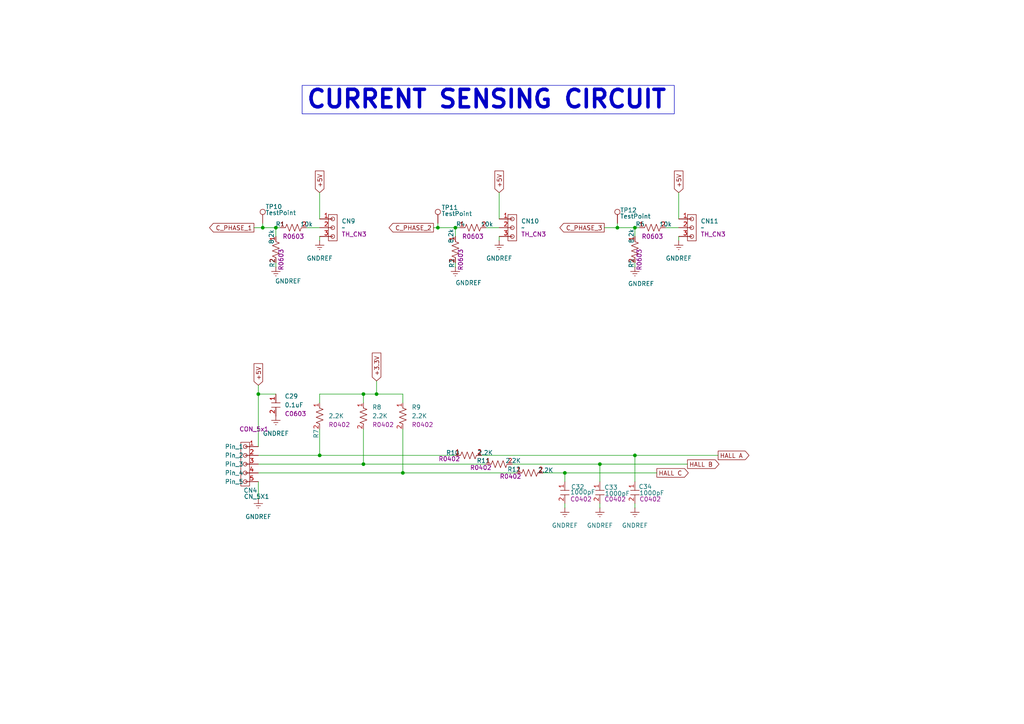
<source format=kicad_sch>
(kicad_sch
	(version 20250114)
	(generator "eeschema")
	(generator_version "9.0")
	(uuid "9bb17c9d-5664-463a-aa70-c78e6d57d365")
	(paper "A4")
	(lib_symbols
		(symbol "bldc_control:C0402_1000pF"
			(exclude_from_sim no)
			(in_bom yes)
			(on_board yes)
			(property "Reference" "C"
				(at 0 0 0)
				(effects
					(font
						(size 1.27 1.27)
					)
				)
			)
			(property "Value" "1000pF"
				(at 0 0 0)
				(effects
					(font
						(size 1.27 1.27)
					)
				)
			)
			(property "Footprint" ""
				(at 0 0 0)
				(effects
					(font
						(size 1.27 1.27)
					)
					(hide yes)
				)
			)
			(property "Datasheet" ""
				(at 0 0 0)
				(effects
					(font
						(size 1.27 1.27)
					)
					(hide yes)
				)
			)
			(property "Description" "Multilayer Ceramic Capacitors MLCC"
				(at 0 0 0)
				(effects
					(font
						(size 1.27 1.27)
					)
					(hide yes)
				)
			)
			(property "Manufacturer" "YAGEO"
				(at 0 0 0)
				(effects
					(font
						(size 1.27 1.27)
					)
					(hide yes)
				)
			)
			(property "Manufacturer PN" "CC0402JRNPO7BN102"
				(at 0 0 0)
				(effects
					(font
						(size 1.27 1.27)
					)
					(hide yes)
				)
			)
			(property "PCB footprint" "C0402"
				(at 0 0 0)
				(effects
					(font
						(size 1.27 1.27)
					)
				)
			)
			(property "Specification" "16V, -55 to +125 DEG C, 5%"
				(at 0 0 0)
				(effects
					(font
						(size 1.27 1.27)
					)
					(hide yes)
				)
			)
			(symbol "C0402_1000pF_0_1"
				(polyline
					(pts
						(xy -1.27 3.81) (xy -1.27 1.27)
					)
					(stroke
						(width 0)
						(type default)
					)
					(fill
						(type none)
					)
				)
				(polyline
					(pts
						(xy 0 3.81) (xy 0 1.27)
					)
					(stroke
						(width 0)
						(type default)
					)
					(fill
						(type none)
					)
				)
			)
			(symbol "C0402_1000pF_1_1"
				(pin input line
					(at -3.81 2.54 0)
					(length 2.54)
					(name ""
						(effects
							(font
								(size 1.27 1.27)
							)
						)
					)
					(number "1"
						(effects
							(font
								(size 1.27 1.27)
							)
						)
					)
				)
				(pin output line
					(at 2.54 2.54 180)
					(length 2.54)
					(name ""
						(effects
							(font
								(size 1.27 1.27)
							)
						)
					)
					(number "2"
						(effects
							(font
								(size 1.27 1.27)
							)
						)
					)
				)
			)
			(embedded_fonts no)
		)
		(symbol "bldc_control:C0603_0.1uF"
			(exclude_from_sim no)
			(in_bom yes)
			(on_board yes)
			(property "Reference" "C"
				(at 0 0 0)
				(effects
					(font
						(size 1.27 1.27)
					)
				)
			)
			(property "Value" "0.1uF"
				(at 0 0 0)
				(effects
					(font
						(size 1.27 1.27)
					)
				)
			)
			(property "Footprint" ""
				(at 0 0 0)
				(effects
					(font
						(size 1.27 1.27)
					)
					(hide yes)
				)
			)
			(property "Datasheet" ""
				(at 0 0 0)
				(effects
					(font
						(size 1.27 1.27)
					)
					(hide yes)
				)
			)
			(property "Description" "Multilayer Ceramic Capacitors-SMD"
				(at 5.08 -1.27 0)
				(effects
					(font
						(size 1.27 1.27)
					)
					(hide yes)
				)
			)
			(property "Manufacturer" "Murata Electronics"
				(at 0 0 0)
				(effects
					(font
						(size 1.27 1.27)
					)
					(hide yes)
				)
			)
			(property "Manufacturer PN" "GCM188R71H104KA57D"
				(at 0 0 0)
				(effects
					(font
						(size 1.27 1.27)
					)
					(hide yes)
				)
			)
			(property "PCB footprint" "C0603"
				(at 0 0 0)
				(effects
					(font
						(size 1.27 1.27)
					)
				)
			)
			(property "Specification" "0.1uF, 50Vdc, 10% tolerance, -55 deg C to +125 deg C"
				(at 0 0 0)
				(effects
					(font
						(size 1.27 1.27)
					)
					(hide yes)
				)
			)
			(symbol "C0603_0.1uF_0_1"
				(polyline
					(pts
						(xy -1.27 3.81) (xy -1.27 1.27)
					)
					(stroke
						(width 0)
						(type default)
					)
					(fill
						(type none)
					)
				)
				(polyline
					(pts
						(xy 0 3.81) (xy 0 1.27)
					)
					(stroke
						(width 0)
						(type default)
					)
					(fill
						(type none)
					)
				)
			)
			(symbol "C0603_0.1uF_1_1"
				(pin input line
					(at -3.81 2.54 0)
					(length 2.54)
					(name ""
						(effects
							(font
								(size 1.27 1.27)
							)
						)
					)
					(number "1"
						(effects
							(font
								(size 1.27 1.27)
							)
						)
					)
				)
				(pin output line
					(at 2.54 2.54 180)
					(length 2.54)
					(name ""
						(effects
							(font
								(size 1.27 1.27)
							)
						)
					)
					(number "2"
						(effects
							(font
								(size 1.27 1.27)
							)
						)
					)
				)
			)
			(embedded_fonts no)
		)
		(symbol "bldc_control:CN_3"
			(pin_names
				(hide yes)
			)
			(exclude_from_sim no)
			(in_bom yes)
			(on_board yes)
			(property "Reference" "CN"
				(at 0 0 0)
				(effects
					(font
						(size 1.27 1.27)
					)
				)
			)
			(property "Value" ""
				(at 0 0 0)
				(effects
					(font
						(size 1.27 1.27)
					)
				)
			)
			(property "Footprint" ""
				(at 0 0 0)
				(effects
					(font
						(size 1.27 1.27)
					)
					(hide yes)
				)
			)
			(property "Datasheet" ""
				(at 0 0 0)
				(effects
					(font
						(size 1.27 1.27)
					)
					(hide yes)
				)
			)
			(property "Description" ""
				(at 0 0 0)
				(effects
					(font
						(size 1.27 1.27)
					)
					(hide yes)
				)
			)
			(property "Manufacturer" "Phoenix Contact"
				(at 0 0 0)
				(effects
					(font
						(size 1.27 1.27)
					)
					(hide yes)
				)
			)
			(property "Manufacturer PN" "1935174"
				(at 0 0 0)
				(effects
					(font
						(size 1.27 1.27)
					)
					(hide yes)
				)
			)
			(property "PCB footprint" "TH_CN3"
				(at 0 0 0)
				(effects
					(font
						(size 1.27 1.27)
					)
				)
			)
			(property "Specification" ""
				(at 0 0 0)
				(effects
					(font
						(size 1.27 1.27)
					)
					(hide yes)
				)
			)
			(symbol "CN_3_0_1"
				(rectangle
					(start -1.27 8.89)
					(end 1.27 1.27)
					(stroke
						(width 0)
						(type default)
					)
					(fill
						(type none)
					)
				)
				(circle
					(center 0 7.62)
					(radius 0.5462)
					(stroke
						(width 0)
						(type default)
					)
					(fill
						(type none)
					)
				)
				(circle
					(center 0 5.08)
					(radius 0.5462)
					(stroke
						(width 0)
						(type default)
					)
					(fill
						(type none)
					)
				)
				(circle
					(center 0 2.54)
					(radius 0.5462)
					(stroke
						(width 0)
						(type default)
					)
					(fill
						(type none)
					)
				)
			)
			(symbol "CN_3_1_1"
				(pin passive line
					(at -3.81 7.62 0)
					(length 3.81)
					(name "Pin_1"
						(effects
							(font
								(size 1.27 1.27)
							)
						)
					)
					(number "1"
						(effects
							(font
								(size 1.27 1.27)
							)
						)
					)
				)
				(pin passive line
					(at -3.81 5.08 0)
					(length 3.81)
					(name "Pin_2"
						(effects
							(font
								(size 1.27 1.27)
							)
						)
					)
					(number "2"
						(effects
							(font
								(size 1.27 1.27)
							)
						)
					)
				)
				(pin passive line
					(at -3.81 2.54 0)
					(length 3.81)
					(name "Pin_3"
						(effects
							(font
								(size 1.27 1.27)
							)
						)
					)
					(number "3"
						(effects
							(font
								(size 1.27 1.27)
							)
						)
					)
				)
			)
			(embedded_fonts no)
		)
		(symbol "bldc_control:CON_5X1"
			(exclude_from_sim no)
			(in_bom yes)
			(on_board yes)
			(property "Reference" "CN"
				(at -0.4704 -17.4 0)
				(effects
					(font
						(size 1.27 1.27)
					)
				)
			)
			(property "Value" "CN_5X1"
				(at 2.0215 -19.0401 0)
				(effects
					(font
						(size 1.27 1.27)
					)
				)
			)
			(property "Footprint" ""
				(at 0 0 0)
				(effects
					(font
						(size 1.27 1.27)
					)
					(hide yes)
				)
			)
			(property "Datasheet" ""
				(at 0 0 0)
				(effects
					(font
						(size 1.27 1.27)
					)
					(hide yes)
				)
			)
			(property "Description" "Headers & Wire Housings"
				(at 0 0 0)
				(effects
					(font
						(size 1.27 1.27)
					)
					(hide yes)
				)
			)
			(property "Manufacturer" "Amphenol FCI"
				(at 0 0 0)
				(effects
					(font
						(size 1.27 1.27)
					)
					(hide yes)
				)
			)
			(property "Manufacturer PN" "69190-405HLF"
				(at 0 0 0)
				(effects
					(font
						(size 1.27 1.27)
					)
					(hide yes)
				)
			)
			(property "PCB footprint" "CON_5x1"
				(at 0 0 0)
				(effects
					(font
						(size 1.27 1.27)
					)
				)
			)
			(property "Specification" "5positions, 1 row, male berg, -65 deg C to +130 deg C"
				(at 0 0 0)
				(effects
					(font
						(size 1.27 1.27)
					)
					(hide yes)
				)
			)
			(symbol "CON_5X1_0_1"
				(rectangle
					(start -3.81 -3.81)
					(end -1.27 -16.51)
					(stroke
						(width 0)
						(type default)
					)
					(fill
						(type none)
					)
				)
				(circle
					(center -2.54 -5.08)
					(radius 0.5462)
					(stroke
						(width 0)
						(type default)
					)
					(fill
						(type none)
					)
				)
				(circle
					(center -2.54 -7.62)
					(radius 0.5462)
					(stroke
						(width 0)
						(type default)
					)
					(fill
						(type none)
					)
				)
				(circle
					(center -2.54 -10.16)
					(radius 0.5462)
					(stroke
						(width 0)
						(type default)
					)
					(fill
						(type none)
					)
				)
				(circle
					(center -2.54 -12.7)
					(radius 0.5462)
					(stroke
						(width 0)
						(type default)
					)
					(fill
						(type none)
					)
				)
				(circle
					(center -2.54 -15.24)
					(radius 0.5462)
					(stroke
						(width 0)
						(type default)
					)
					(fill
						(type none)
					)
				)
			)
			(symbol "CON_5X1_1_1"
				(pin passive line
					(at 1.27 -5.08 180)
					(length 3.81)
					(name "Pin_1"
						(effects
							(font
								(size 1.27 1.27)
							)
						)
					)
					(number "1"
						(effects
							(font
								(size 1.27 1.27)
							)
						)
					)
				)
				(pin passive line
					(at 1.27 -7.62 180)
					(length 3.81)
					(name "Pin_2"
						(effects
							(font
								(size 1.27 1.27)
							)
						)
					)
					(number "2"
						(effects
							(font
								(size 1.27 1.27)
							)
						)
					)
				)
				(pin passive line
					(at 1.27 -10.16 180)
					(length 3.81)
					(name "Pin_3"
						(effects
							(font
								(size 1.27 1.27)
							)
						)
					)
					(number "3"
						(effects
							(font
								(size 1.27 1.27)
							)
						)
					)
				)
				(pin passive line
					(at 1.27 -12.7 180)
					(length 3.81)
					(name "Pin_4"
						(effects
							(font
								(size 1.27 1.27)
							)
						)
					)
					(number "4"
						(effects
							(font
								(size 1.27 1.27)
							)
						)
					)
				)
				(pin passive line
					(at 1.27 -15.24 180)
					(length 3.81)
					(name "Pin_5"
						(effects
							(font
								(size 1.27 1.27)
							)
						)
					)
					(number "5"
						(effects
							(font
								(size 1.27 1.27)
							)
						)
					)
				)
			)
			(embedded_fonts no)
		)
		(symbol "bldc_control:R0402_2.2K"
			(exclude_from_sim no)
			(in_bom yes)
			(on_board yes)
			(property "Reference" "R"
				(at 0 0 0)
				(effects
					(font
						(size 1.27 1.27)
					)
				)
			)
			(property "Value" "2.2K"
				(at 0 0 0)
				(effects
					(font
						(size 1.27 1.27)
					)
				)
			)
			(property "Footprint" ""
				(at 0 0 0)
				(effects
					(font
						(size 1.27 1.27)
					)
					(hide yes)
				)
			)
			(property "Datasheet" ""
				(at 0 0 0)
				(effects
					(font
						(size 1.27 1.27)
					)
					(hide yes)
				)
			)
			(property "Description" "Thick Film Resistor"
				(at 0 0 0)
				(effects
					(font
						(size 1.27 1.27)
					)
					(hide yes)
				)
			)
			(property "Manufacturer" "Panasonic"
				(at 0 0 0)
				(effects
					(font
						(size 1.27 1.27)
					)
					(hide yes)
				)
			)
			(property "Manufacturer PN" "ERJ-2RKF2201X"
				(at 0 0 0)
				(effects
					(font
						(size 1.27 1.27)
					)
					(hide yes)
				)
			)
			(property "PCB footprint" "R0402"
				(at 0 0 0)
				(effects
					(font
						(size 1.27 1.27)
					)
				)
			)
			(property "Specification" "50V,100mW,1% tolerance,-55 to +155 DEG C"
				(at 0 0 0)
				(effects
					(font
						(size 1.27 1.27)
					)
					(hide yes)
				)
			)
			(symbol "R0402_2.2K_0_1"
				(polyline
					(pts
						(xy -4.826 2.54) (xy -5.08 2.54)
					)
					(stroke
						(width 0)
						(type default)
					)
					(fill
						(type none)
					)
				)
				(polyline
					(pts
						(xy -4.826 2.54) (xy -4.445 3.556) (xy -4.064 2.54) (xy -3.683 1.524) (xy -3.302 2.54)
					)
					(stroke
						(width 0)
						(type default)
					)
					(fill
						(type none)
					)
				)
				(polyline
					(pts
						(xy -3.302 2.54) (xy -2.921 3.556) (xy -2.54 2.54) (xy -2.159 1.524) (xy -1.778 2.54)
					)
					(stroke
						(width 0)
						(type default)
					)
					(fill
						(type none)
					)
				)
				(polyline
					(pts
						(xy -1.778 2.54) (xy -1.397 3.556) (xy -1.016 2.54) (xy -0.635 1.524) (xy -0.254 2.54)
					)
					(stroke
						(width 0)
						(type default)
					)
					(fill
						(type none)
					)
				)
				(polyline
					(pts
						(xy -0.254 2.54) (xy 0 2.54)
					)
					(stroke
						(width 0)
						(type default)
					)
					(fill
						(type none)
					)
				)
			)
			(symbol "R0402_2.2K_1_1"
				(pin passive line
					(at -6.35 2.54 0)
					(length 1.27)
					(name "~"
						(effects
							(font
								(size 1.27 1.27)
							)
						)
					)
					(number "1"
						(effects
							(font
								(size 1.27 1.27)
							)
						)
					)
				)
				(pin passive line
					(at 1.27 2.54 180)
					(length 1.27)
					(name "~"
						(effects
							(font
								(size 1.27 1.27)
							)
						)
					)
					(number "2"
						(effects
							(font
								(size 1.27 1.27)
							)
						)
					)
				)
			)
			(embedded_fonts no)
		)
		(symbol "bldc_control:R0603_10K"
			(exclude_from_sim no)
			(in_bom yes)
			(on_board yes)
			(property "Reference" "R"
				(at 0 0 0)
				(effects
					(font
						(size 1.27 1.27)
					)
				)
			)
			(property "Value" "10k"
				(at 0 0 0)
				(effects
					(font
						(size 1.27 1.27)
					)
				)
			)
			(property "Footprint" ""
				(at 0 0 0)
				(effects
					(font
						(size 1.27 1.27)
					)
					(hide yes)
				)
			)
			(property "Datasheet" ""
				(at 0 0 0)
				(effects
					(font
						(size 1.27 1.27)
					)
					(hide yes)
				)
			)
			(property "Description" "Thick Film Resistors - SMD"
				(at 0 0 0)
				(effects
					(font
						(size 1.27 1.27)
					)
					(hide yes)
				)
			)
			(property "Manufacturer" "YAGEO"
				(at 0 0 0)
				(effects
					(font
						(size 1.27 1.27)
					)
					(hide yes)
				)
			)
			(property "Manufacturer PN" "RC0603FR-0710KL"
				(at 0 0 0)
				(effects
					(font
						(size 1.27 1.27)
					)
					(hide yes)
				)
			)
			(property "PCB footprint" "R0603"
				(at 0 0 0)
				(effects
					(font
						(size 1.27 1.27)
					)
				)
			)
			(property "Specification" "10k, 100mW, 1% tolerance,75V, -55 deg C to +155 deg C"
				(at 0 0 0)
				(effects
					(font
						(size 1.27 1.27)
					)
					(hide yes)
				)
			)
			(symbol "R0603_10K_0_1"
				(polyline
					(pts
						(xy -2.286 2.54) (xy -2.54 2.54)
					)
					(stroke
						(width 0)
						(type default)
					)
					(fill
						(type none)
					)
				)
				(polyline
					(pts
						(xy -2.286 2.54) (xy -1.905 3.556) (xy -1.524 2.54) (xy -1.143 1.524) (xy -0.762 2.54)
					)
					(stroke
						(width 0)
						(type default)
					)
					(fill
						(type none)
					)
				)
				(polyline
					(pts
						(xy -0.762 2.54) (xy -0.381 3.556) (xy 0 2.54) (xy 0.381 1.524) (xy 0.762 2.54)
					)
					(stroke
						(width 0)
						(type default)
					)
					(fill
						(type none)
					)
				)
				(polyline
					(pts
						(xy 0.762 2.54) (xy 1.143 3.556) (xy 1.524 2.54) (xy 1.905 1.524) (xy 2.286 2.54)
					)
					(stroke
						(width 0)
						(type default)
					)
					(fill
						(type none)
					)
				)
				(polyline
					(pts
						(xy 2.286 2.54) (xy 2.54 2.54)
					)
					(stroke
						(width 0)
						(type default)
					)
					(fill
						(type none)
					)
				)
			)
			(symbol "R0603_10K_1_1"
				(pin passive line
					(at -3.81 2.54 0)
					(length 1.27)
					(name "~"
						(effects
							(font
								(size 1.27 1.27)
							)
						)
					)
					(number "1"
						(effects
							(font
								(size 1.27 1.27)
							)
						)
					)
				)
				(pin passive line
					(at 3.81 2.54 180)
					(length 1.27)
					(name "~"
						(effects
							(font
								(size 1.27 1.27)
							)
						)
					)
					(number "2"
						(effects
							(font
								(size 1.27 1.27)
							)
						)
					)
				)
			)
			(embedded_fonts no)
		)
		(symbol "bldc_control:R0603_8.2k"
			(exclude_from_sim no)
			(in_bom yes)
			(on_board yes)
			(property "Reference" "R"
				(at 0 0 0)
				(effects
					(font
						(size 1.27 1.27)
					)
				)
			)
			(property "Value" "8.2k"
				(at 0 0 0)
				(effects
					(font
						(size 1.27 1.27)
					)
				)
			)
			(property "Footprint" ""
				(at 0 0 0)
				(effects
					(font
						(size 1.27 1.27)
					)
					(hide yes)
				)
			)
			(property "Datasheet" ""
				(at 0 0 0)
				(effects
					(font
						(size 1.27 1.27)
					)
					(hide yes)
				)
			)
			(property "Description" "Thick Film Resistors"
				(at 0 0 0)
				(effects
					(font
						(size 1.27 1.27)
					)
					(hide yes)
				)
			)
			(property "Manufacturer" "Bourns"
				(at 0 0 0)
				(effects
					(font
						(size 1.27 1.27)
					)
					(hide yes)
				)
			)
			(property "Manufacturer PN" "CR0603-FX-8201ELF"
				(at 0 0 0)
				(effects
					(font
						(size 1.27 1.27)
					)
					(hide yes)
				)
			)
			(property "PCB footprint" "R0603"
				(at 0 0 0)
				(effects
					(font
						(size 1.27 1.27)
					)
				)
			)
			(property "Specification" " 8.2K ohm, 1% tolerance, 100mW, 75V, -55 to +155 DEG C"
				(at 0 0 0)
				(effects
					(font
						(size 1.27 1.27)
					)
					(hide yes)
				)
			)
			(symbol "R0603_8.2k_0_1"
				(polyline
					(pts
						(xy -3.556 2.54) (xy -3.81 2.54)
					)
					(stroke
						(width 0)
						(type default)
					)
					(fill
						(type none)
					)
				)
				(polyline
					(pts
						(xy -3.556 2.54) (xy -3.175 3.556) (xy -2.794 2.54) (xy -2.413 1.524) (xy -2.032 2.54)
					)
					(stroke
						(width 0)
						(type default)
					)
					(fill
						(type none)
					)
				)
				(polyline
					(pts
						(xy -2.032 2.54) (xy -1.651 3.556) (xy -1.27 2.54) (xy -0.889 1.524) (xy -0.508 2.54)
					)
					(stroke
						(width 0)
						(type default)
					)
					(fill
						(type none)
					)
				)
				(polyline
					(pts
						(xy -0.508 2.54) (xy -0.127 3.556) (xy 0.254 2.54) (xy 0.635 1.524) (xy 1.016 2.54)
					)
					(stroke
						(width 0)
						(type default)
					)
					(fill
						(type none)
					)
				)
				(polyline
					(pts
						(xy 1.016 2.54) (xy 1.27 2.54)
					)
					(stroke
						(width 0)
						(type default)
					)
					(fill
						(type none)
					)
				)
			)
			(symbol "R0603_8.2k_1_1"
				(pin passive line
					(at -5.08 2.54 0)
					(length 1.27)
					(name "~"
						(effects
							(font
								(size 1.27 1.27)
							)
						)
					)
					(number "1"
						(effects
							(font
								(size 1.27 1.27)
							)
						)
					)
				)
				(pin passive line
					(at 2.54 2.54 180)
					(length 1.27)
					(name "~"
						(effects
							(font
								(size 1.27 1.27)
							)
						)
					)
					(number "2"
						(effects
							(font
								(size 1.27 1.27)
							)
						)
					)
				)
			)
			(embedded_fonts no)
		)
		(symbol "bldc_control:TestPoint"
			(pin_numbers
				(hide yes)
			)
			(pin_names
				(offset 0.762)
				(hide yes)
			)
			(exclude_from_sim no)
			(in_bom yes)
			(on_board yes)
			(property "Reference" "TP"
				(at 0 6.858 0)
				(effects
					(font
						(size 1.27 1.27)
					)
				)
			)
			(property "Value" "TestPoint"
				(at 0 5.08 0)
				(effects
					(font
						(size 1.27 1.27)
					)
				)
			)
			(property "Footprint" ""
				(at 5.08 0 0)
				(effects
					(font
						(size 1.27 1.27)
					)
					(hide yes)
				)
			)
			(property "Datasheet" "~"
				(at 5.08 0 0)
				(effects
					(font
						(size 1.27 1.27)
					)
					(hide yes)
				)
			)
			(property "Description" "test point"
				(at 0 0 0)
				(effects
					(font
						(size 1.27 1.27)
					)
					(hide yes)
				)
			)
			(property "ki_keywords" "test point tp"
				(at 0 0 0)
				(effects
					(font
						(size 1.27 1.27)
					)
					(hide yes)
				)
			)
			(property "ki_fp_filters" "Pin* Test*"
				(at 0 0 0)
				(effects
					(font
						(size 1.27 1.27)
					)
					(hide yes)
				)
			)
			(symbol "TestPoint_0_1"
				(circle
					(center 0 3.302)
					(radius 0.762)
					(stroke
						(width 0)
						(type default)
					)
					(fill
						(type none)
					)
				)
			)
			(symbol "TestPoint_1_1"
				(pin passive line
					(at 0 0 90)
					(length 2.54)
					(name "1"
						(effects
							(font
								(size 1.27 1.27)
							)
						)
					)
					(number "1"
						(effects
							(font
								(size 1.27 1.27)
							)
						)
					)
				)
			)
			(embedded_fonts no)
		)
		(symbol "power:GNDREF"
			(power)
			(pin_numbers
				(hide yes)
			)
			(pin_names
				(offset 0)
				(hide yes)
			)
			(exclude_from_sim no)
			(in_bom yes)
			(on_board yes)
			(property "Reference" "#PWR"
				(at 0 -6.35 0)
				(effects
					(font
						(size 1.27 1.27)
					)
					(hide yes)
				)
			)
			(property "Value" "GNDREF"
				(at 0 -3.81 0)
				(effects
					(font
						(size 1.27 1.27)
					)
				)
			)
			(property "Footprint" ""
				(at 0 0 0)
				(effects
					(font
						(size 1.27 1.27)
					)
					(hide yes)
				)
			)
			(property "Datasheet" ""
				(at 0 0 0)
				(effects
					(font
						(size 1.27 1.27)
					)
					(hide yes)
				)
			)
			(property "Description" "Power symbol creates a global label with name \"GNDREF\" , reference supply ground"
				(at 0 0 0)
				(effects
					(font
						(size 1.27 1.27)
					)
					(hide yes)
				)
			)
			(property "ki_keywords" "global power"
				(at 0 0 0)
				(effects
					(font
						(size 1.27 1.27)
					)
					(hide yes)
				)
			)
			(symbol "GNDREF_0_1"
				(polyline
					(pts
						(xy -0.635 -1.905) (xy 0.635 -1.905)
					)
					(stroke
						(width 0)
						(type default)
					)
					(fill
						(type none)
					)
				)
				(polyline
					(pts
						(xy -0.127 -2.54) (xy 0.127 -2.54)
					)
					(stroke
						(width 0)
						(type default)
					)
					(fill
						(type none)
					)
				)
				(polyline
					(pts
						(xy 0 -1.27) (xy 0 0)
					)
					(stroke
						(width 0)
						(type default)
					)
					(fill
						(type none)
					)
				)
				(polyline
					(pts
						(xy 1.27 -1.27) (xy -1.27 -1.27)
					)
					(stroke
						(width 0)
						(type default)
					)
					(fill
						(type none)
					)
				)
			)
			(symbol "GNDREF_1_1"
				(pin power_in line
					(at 0 0 270)
					(length 0)
					(name "~"
						(effects
							(font
								(size 1.27 1.27)
							)
						)
					)
					(number "1"
						(effects
							(font
								(size 1.27 1.27)
							)
						)
					)
				)
			)
			(embedded_fonts no)
		)
	)
	(text_box "CURRENT SENSING CIRCUIT"
		(exclude_from_sim no)
		(at 87.63 24.765 0)
		(size 107.95 8.255)
		(margins 0.9525 0.9525 0.9525 0.9525)
		(stroke
			(width 0)
			(type solid)
		)
		(fill
			(type none)
		)
		(effects
			(font
				(size 5.08 5.08)
				(thickness 1.016)
				(bold yes)
			)
			(justify left top)
		)
		(uuid "46f6bd8a-4cb5-4739-b579-c839638b3901")
	)
	(junction
		(at 132.08 66.04)
		(diameter 0)
		(color 0 0 0 0)
		(uuid "07fe565e-1e19-40f2-8d13-d54ffe03780c")
	)
	(junction
		(at 163.83 137.16)
		(diameter 0)
		(color 0 0 0 0)
		(uuid "18b90c52-109b-4f58-b3e0-5e6c9bfb0071")
	)
	(junction
		(at 74.93 114.3)
		(diameter 0)
		(color 0 0 0 0)
		(uuid "19ce0ec7-0ac8-4c74-8aa9-5dc18e37b04f")
	)
	(junction
		(at 76.2 66.04)
		(diameter 0)
		(color 0 0 0 0)
		(uuid "276a2a9d-aa99-4e5c-8a59-71cde143ebfc")
	)
	(junction
		(at 184.15 66.04)
		(diameter 0)
		(color 0 0 0 0)
		(uuid "413d6559-0cbf-4740-9c50-ea6af69bfdb1")
	)
	(junction
		(at 105.41 114.3)
		(diameter 0)
		(color 0 0 0 0)
		(uuid "707b5c76-4cf0-480c-b621-17a9f896dad0")
	)
	(junction
		(at 184.15 132.08)
		(diameter 0)
		(color 0 0 0 0)
		(uuid "70fce16f-39ce-4035-b141-691911f80605")
	)
	(junction
		(at 127 66.04)
		(diameter 0)
		(color 0 0 0 0)
		(uuid "8a2e7e4e-b287-4333-892c-e390f1854bba")
	)
	(junction
		(at 179.07 66.04)
		(diameter 0)
		(color 0 0 0 0)
		(uuid "9263aac1-c5f1-43b8-b06c-8dd7badb775a")
	)
	(junction
		(at 105.41 134.62)
		(diameter 0)
		(color 0 0 0 0)
		(uuid "bfe9f70b-c158-4ee7-a6fb-2ff60d42f619")
	)
	(junction
		(at 92.71 132.08)
		(diameter 0)
		(color 0 0 0 0)
		(uuid "ceca6163-4eb4-4bae-b165-aef5a4b18b2c")
	)
	(junction
		(at 109.22 114.3)
		(diameter 0)
		(color 0 0 0 0)
		(uuid "d84e1382-c41e-4be4-adb3-1f0cca413415")
	)
	(junction
		(at 80.01 66.04)
		(diameter 0)
		(color 0 0 0 0)
		(uuid "e47cf1f8-29d8-46c4-8856-9b44fc2311ef")
	)
	(junction
		(at 173.99 134.62)
		(diameter 0)
		(color 0 0 0 0)
		(uuid "e88fde8a-9bbe-4ba5-95fc-3571092e6c08")
	)
	(junction
		(at 116.84 137.16)
		(diameter 0)
		(color 0 0 0 0)
		(uuid "f807e56b-fb36-4d61-9642-5e0b01ae6492")
	)
	(wire
		(pts
			(xy 163.83 147.32) (xy 163.83 146.05)
		)
		(stroke
			(width 0)
			(type default)
		)
		(uuid "069ee9b0-acfe-4ecf-b96c-930e2039d8df")
	)
	(wire
		(pts
			(xy 105.41 114.3) (xy 109.22 114.3)
		)
		(stroke
			(width 0)
			(type default)
		)
		(uuid "0981759c-97eb-4fce-833a-feb7dd009904")
	)
	(wire
		(pts
			(xy 125.73 66.04) (xy 127 66.04)
		)
		(stroke
			(width 0)
			(type default)
		)
		(uuid "09bce3a5-a0aa-4a81-994a-be5c24ee529a")
	)
	(wire
		(pts
			(xy 105.41 124.46) (xy 105.41 134.62)
		)
		(stroke
			(width 0)
			(type default)
		)
		(uuid "1850bf9c-9367-46fa-a764-82c649778516")
	)
	(wire
		(pts
			(xy 88.9 66.04) (xy 92.71 66.04)
		)
		(stroke
			(width 0)
			(type default)
		)
		(uuid "1ce20c44-4605-4222-96d1-12e0c15fff89")
	)
	(wire
		(pts
			(xy 184.15 147.32) (xy 184.15 146.05)
		)
		(stroke
			(width 0)
			(type default)
		)
		(uuid "21511342-6dc6-465e-846f-3be40344dc63")
	)
	(wire
		(pts
			(xy 144.78 69.85) (xy 144.78 68.58)
		)
		(stroke
			(width 0)
			(type default)
		)
		(uuid "2260918b-e3a4-4098-aa4b-1a62360de9d3")
	)
	(wire
		(pts
			(xy 184.15 77.47) (xy 184.15 76.2)
		)
		(stroke
			(width 0)
			(type default)
		)
		(uuid "26135463-655a-4712-8c27-f879bfa6e52b")
	)
	(wire
		(pts
			(xy 92.71 114.3) (xy 105.41 114.3)
		)
		(stroke
			(width 0)
			(type default)
		)
		(uuid "2a6ff9e6-e3ea-4eef-a328-90bc8b9ecb66")
	)
	(wire
		(pts
			(xy 148.59 134.62) (xy 173.99 134.62)
		)
		(stroke
			(width 0)
			(type default)
		)
		(uuid "2e982151-af3e-43f7-8413-4de2c9b84249")
	)
	(wire
		(pts
			(xy 92.71 124.46) (xy 92.71 132.08)
		)
		(stroke
			(width 0)
			(type default)
		)
		(uuid "35006e77-6138-4e3b-86dc-68b576d10ca6")
	)
	(wire
		(pts
			(xy 132.08 132.08) (xy 92.71 132.08)
		)
		(stroke
			(width 0)
			(type default)
		)
		(uuid "35743acc-488b-4394-b232-c58f6a1ca835")
	)
	(wire
		(pts
			(xy 80.01 77.47) (xy 80.01 76.2)
		)
		(stroke
			(width 0)
			(type default)
		)
		(uuid "3bf8fa13-ee08-4417-80f2-996e2d4a1676")
	)
	(wire
		(pts
			(xy 139.7 132.08) (xy 184.15 132.08)
		)
		(stroke
			(width 0)
			(type default)
		)
		(uuid "3dd6c4b1-f042-438e-b005-803632911041")
	)
	(wire
		(pts
			(xy 196.85 55.88) (xy 196.85 63.5)
		)
		(stroke
			(width 0)
			(type default)
		)
		(uuid "4c063696-e7a4-4393-a909-6fe87592d1f5")
	)
	(wire
		(pts
			(xy 144.78 55.88) (xy 144.78 63.5)
		)
		(stroke
			(width 0)
			(type default)
		)
		(uuid "4ca0827f-041f-4a6c-82c0-518768995818")
	)
	(wire
		(pts
			(xy 149.86 137.16) (xy 116.84 137.16)
		)
		(stroke
			(width 0)
			(type default)
		)
		(uuid "4ce9ea0b-f6a4-4773-8f81-e4c0352fff47")
	)
	(wire
		(pts
			(xy 76.2 64.77) (xy 76.2 66.04)
		)
		(stroke
			(width 0)
			(type default)
		)
		(uuid "4f583c6a-9e6a-4433-a303-bca5e8d0e705")
	)
	(wire
		(pts
			(xy 163.83 137.16) (xy 190.5 137.16)
		)
		(stroke
			(width 0)
			(type default)
		)
		(uuid "5070869f-82c7-43e7-b9bf-90c574bc28e2")
	)
	(wire
		(pts
			(xy 116.84 124.46) (xy 116.84 137.16)
		)
		(stroke
			(width 0)
			(type default)
		)
		(uuid "520151c2-388d-413f-973d-5efd1fc76e35")
	)
	(wire
		(pts
			(xy 132.08 77.47) (xy 132.08 76.2)
		)
		(stroke
			(width 0)
			(type default)
		)
		(uuid "539dc3da-0dae-4b01-9bdf-b1027f7a8a93")
	)
	(wire
		(pts
			(xy 73.66 66.04) (xy 76.2 66.04)
		)
		(stroke
			(width 0)
			(type default)
		)
		(uuid "596a24e3-15da-4b32-9986-ead9e0616ffb")
	)
	(wire
		(pts
			(xy 184.15 132.08) (xy 184.15 139.7)
		)
		(stroke
			(width 0)
			(type default)
		)
		(uuid "6102e804-3b87-4d26-a167-a00f123ac756")
	)
	(wire
		(pts
			(xy 74.93 114.3) (xy 74.93 129.54)
		)
		(stroke
			(width 0)
			(type default)
		)
		(uuid "6141db22-f0c6-46d7-8891-e176fb1f7d65")
	)
	(wire
		(pts
			(xy 173.99 134.62) (xy 173.99 139.7)
		)
		(stroke
			(width 0)
			(type default)
		)
		(uuid "619e3a44-b45e-4ca4-8e10-6c12702cb8bf")
	)
	(wire
		(pts
			(xy 92.71 55.88) (xy 92.71 63.5)
		)
		(stroke
			(width 0)
			(type default)
		)
		(uuid "6a85f60e-0f12-42fc-a573-150681719260")
	)
	(wire
		(pts
			(xy 127 64.77) (xy 127 66.04)
		)
		(stroke
			(width 0)
			(type default)
		)
		(uuid "6be77ffb-3c32-4205-91d7-a0fefce72d27")
	)
	(wire
		(pts
			(xy 74.93 132.08) (xy 92.71 132.08)
		)
		(stroke
			(width 0)
			(type default)
		)
		(uuid "74dc9bd4-efe7-4b76-ba09-1fece758c745")
	)
	(wire
		(pts
			(xy 132.08 66.04) (xy 132.08 68.58)
		)
		(stroke
			(width 0)
			(type default)
		)
		(uuid "74e47fe2-f81a-4ad9-b160-6fefdbf1e642")
	)
	(wire
		(pts
			(xy 74.93 144.78) (xy 74.93 139.7)
		)
		(stroke
			(width 0)
			(type default)
		)
		(uuid "7f39dee0-24e2-4b59-b366-ea6481dc6b67")
	)
	(wire
		(pts
			(xy 173.99 147.32) (xy 173.99 146.05)
		)
		(stroke
			(width 0)
			(type default)
		)
		(uuid "80ccb959-5cd9-43c8-81ab-14d5bbeecbd6")
	)
	(wire
		(pts
			(xy 116.84 137.16) (xy 74.93 137.16)
		)
		(stroke
			(width 0)
			(type default)
		)
		(uuid "80ee1bde-57b7-4097-8d4b-bea562abb771")
	)
	(wire
		(pts
			(xy 105.41 134.62) (xy 74.93 134.62)
		)
		(stroke
			(width 0)
			(type default)
		)
		(uuid "88a7e7ef-3f9a-4ebd-bed5-21affd0764b4")
	)
	(wire
		(pts
			(xy 179.07 64.77) (xy 179.07 66.04)
		)
		(stroke
			(width 0)
			(type default)
		)
		(uuid "8f562650-82aa-4a7f-a5f3-b6b877ee7f96")
	)
	(wire
		(pts
			(xy 173.99 134.62) (xy 199.39 134.62)
		)
		(stroke
			(width 0)
			(type default)
		)
		(uuid "9daf19b7-d687-43ff-99d4-e6819740cad4")
	)
	(wire
		(pts
			(xy 208.28 132.08) (xy 184.15 132.08)
		)
		(stroke
			(width 0)
			(type default)
		)
		(uuid "a4ac4c26-8907-457a-9369-0c2c99f25802")
	)
	(wire
		(pts
			(xy 140.97 66.04) (xy 144.78 66.04)
		)
		(stroke
			(width 0)
			(type default)
		)
		(uuid "af37b77f-8a75-420b-b9f5-bf1c54a84c81")
	)
	(wire
		(pts
			(xy 184.15 66.04) (xy 185.42 66.04)
		)
		(stroke
			(width 0)
			(type default)
		)
		(uuid "b226382f-27bf-4daa-b84e-66da2f24bcfd")
	)
	(wire
		(pts
			(xy 163.83 139.7) (xy 163.83 137.16)
		)
		(stroke
			(width 0)
			(type default)
		)
		(uuid "b444b6d5-5cef-4cfb-b566-b179d099c828")
	)
	(wire
		(pts
			(xy 80.01 66.04) (xy 80.01 68.58)
		)
		(stroke
			(width 0)
			(type default)
		)
		(uuid "b7296290-7b2d-4a24-b7cd-331218438f32")
	)
	(wire
		(pts
			(xy 193.04 66.04) (xy 196.85 66.04)
		)
		(stroke
			(width 0)
			(type default)
		)
		(uuid "c1ff3ca7-d49a-4797-bdc4-c2c9241f6af7")
	)
	(wire
		(pts
			(xy 157.48 137.16) (xy 163.83 137.16)
		)
		(stroke
			(width 0)
			(type default)
		)
		(uuid "c910e0db-9245-4044-b63a-106ea14f0b42")
	)
	(wire
		(pts
			(xy 132.08 66.04) (xy 133.35 66.04)
		)
		(stroke
			(width 0)
			(type default)
		)
		(uuid "cb1cd4a8-fea7-4764-abe7-9b9499ce5751")
	)
	(wire
		(pts
			(xy 74.93 111.76) (xy 74.93 114.3)
		)
		(stroke
			(width 0)
			(type default)
		)
		(uuid "ce3282a5-ed9e-4150-9f38-46bfe03f0835")
	)
	(wire
		(pts
			(xy 92.71 116.84) (xy 92.71 114.3)
		)
		(stroke
			(width 0)
			(type default)
		)
		(uuid "cf819c80-22e2-4369-af77-2e5a77648a98")
	)
	(wire
		(pts
			(xy 116.84 114.3) (xy 116.84 116.84)
		)
		(stroke
			(width 0)
			(type default)
		)
		(uuid "d07c44ad-4b40-4612-8754-8a84b0024b1e")
	)
	(wire
		(pts
			(xy 179.07 66.04) (xy 184.15 66.04)
		)
		(stroke
			(width 0)
			(type default)
		)
		(uuid "d0a4b8bc-0066-46ba-bb83-b55fd505e180")
	)
	(wire
		(pts
			(xy 76.2 66.04) (xy 80.01 66.04)
		)
		(stroke
			(width 0)
			(type default)
		)
		(uuid "d4463b18-efe9-41d8-9864-6b590d4d8514")
	)
	(wire
		(pts
			(xy 109.22 114.3) (xy 116.84 114.3)
		)
		(stroke
			(width 0)
			(type default)
		)
		(uuid "d90e70e2-7a83-4de6-9c57-7c02bd9a6101")
	)
	(wire
		(pts
			(xy 80.01 66.04) (xy 81.28 66.04)
		)
		(stroke
			(width 0)
			(type default)
		)
		(uuid "d94d364b-734a-4d64-883c-a08fbb60f68c")
	)
	(wire
		(pts
			(xy 74.93 114.3) (xy 80.01 114.3)
		)
		(stroke
			(width 0)
			(type default)
		)
		(uuid "dc58e62b-0e22-406d-b778-b855edd56c2c")
	)
	(wire
		(pts
			(xy 105.41 116.84) (xy 105.41 114.3)
		)
		(stroke
			(width 0)
			(type default)
		)
		(uuid "dca6e9bc-e6b0-430f-90db-92ed10f5e048")
	)
	(wire
		(pts
			(xy 92.71 69.85) (xy 92.71 68.58)
		)
		(stroke
			(width 0)
			(type default)
		)
		(uuid "dfb891c9-650e-4688-872c-f538656a6903")
	)
	(wire
		(pts
			(xy 184.15 66.04) (xy 184.15 68.58)
		)
		(stroke
			(width 0)
			(type default)
		)
		(uuid "e4b522cb-d1d0-4464-824a-90dd0f67c3f0")
	)
	(wire
		(pts
			(xy 109.22 110.49) (xy 109.22 114.3)
		)
		(stroke
			(width 0)
			(type default)
		)
		(uuid "e9c79faf-36b4-4e19-8ba2-175c07b7c75c")
	)
	(wire
		(pts
			(xy 175.26 66.04) (xy 179.07 66.04)
		)
		(stroke
			(width 0)
			(type default)
		)
		(uuid "ea3bebc4-e831-4251-a904-950d5adc5281")
	)
	(wire
		(pts
			(xy 196.85 69.85) (xy 196.85 68.58)
		)
		(stroke
			(width 0)
			(type default)
		)
		(uuid "f8a591ab-a808-4995-ab2e-85b3d91c0da9")
	)
	(wire
		(pts
			(xy 140.97 134.62) (xy 105.41 134.62)
		)
		(stroke
			(width 0)
			(type default)
		)
		(uuid "f94b70de-682a-4658-8316-3120dd6f869a")
	)
	(wire
		(pts
			(xy 127 66.04) (xy 132.08 66.04)
		)
		(stroke
			(width 0)
			(type default)
		)
		(uuid "fe97ca7d-5f37-42da-b178-b7ef4d17eaf1")
	)
	(global_label "+5V"
		(shape input)
		(at 144.78 55.88 90)
		(fields_autoplaced yes)
		(effects
			(font
				(size 1.27 1.27)
			)
			(justify left)
		)
		(uuid "0d2bde31-2a02-4472-b392-290aa91a3b8d")
		(property "Intersheetrefs" "${INTERSHEET_REFS}"
			(at 144.78 49.0243 90)
			(effects
				(font
					(size 1.27 1.27)
				)
				(justify left)
				(hide yes)
			)
		)
	)
	(global_label "C_PHASE_3"
		(shape output)
		(at 175.26 66.04 180)
		(fields_autoplaced yes)
		(effects
			(font
				(size 1.27 1.27)
			)
			(justify right)
		)
		(uuid "12f8377e-bffa-495c-9ac9-84a4c1c6d366")
		(property "Intersheetrefs" "${INTERSHEET_REFS}"
			(at 161.8125 66.04 0)
			(effects
				(font
					(size 1.27 1.27)
				)
				(justify right)
				(hide yes)
			)
		)
	)
	(global_label "HALL C"
		(shape output)
		(at 190.5 137.16 0)
		(fields_autoplaced yes)
		(effects
			(font
				(size 1.27 1.27)
			)
			(justify left)
		)
		(uuid "4271444a-2ade-46fd-96ea-786d259f25a8")
		(property "Intersheetrefs" "${INTERSHEET_REFS}"
			(at 200.1981 137.16 0)
			(effects
				(font
					(size 1.27 1.27)
				)
				(justify left)
				(hide yes)
			)
		)
	)
	(global_label "C_PHASE_2"
		(shape output)
		(at 125.73 66.04 180)
		(fields_autoplaced yes)
		(effects
			(font
				(size 1.27 1.27)
			)
			(justify right)
		)
		(uuid "46469465-a3a6-4f26-b675-dfa59e670b1e")
		(property "Intersheetrefs" "${INTERSHEET_REFS}"
			(at 112.2825 66.04 0)
			(effects
				(font
					(size 1.27 1.27)
				)
				(justify right)
				(hide yes)
			)
		)
	)
	(global_label "+5V"
		(shape input)
		(at 74.93 111.76 90)
		(fields_autoplaced yes)
		(effects
			(font
				(size 1.27 1.27)
			)
			(justify left)
		)
		(uuid "51e4ef9e-de7b-43db-9ae9-834ac8c16864")
		(property "Intersheetrefs" "${INTERSHEET_REFS}"
			(at 74.93 104.9043 90)
			(effects
				(font
					(size 1.27 1.27)
				)
				(justify left)
				(hide yes)
			)
		)
	)
	(global_label "+5V"
		(shape input)
		(at 92.71 55.88 90)
		(fields_autoplaced yes)
		(effects
			(font
				(size 1.27 1.27)
			)
			(justify left)
		)
		(uuid "54b1f471-c196-44ac-b4bb-d80c7a309fd8")
		(property "Intersheetrefs" "${INTERSHEET_REFS}"
			(at 92.71 49.0243 90)
			(effects
				(font
					(size 1.27 1.27)
				)
				(justify left)
				(hide yes)
			)
		)
	)
	(global_label "C_PHASE_1"
		(shape output)
		(at 73.66 66.04 180)
		(fields_autoplaced yes)
		(effects
			(font
				(size 1.27 1.27)
			)
			(justify right)
		)
		(uuid "9b8b46ad-4b0c-4bf5-8912-2b4d5352bfd4")
		(property "Intersheetrefs" "${INTERSHEET_REFS}"
			(at 60.2125 66.04 0)
			(effects
				(font
					(size 1.27 1.27)
				)
				(justify right)
				(hide yes)
			)
		)
	)
	(global_label "HALL B"
		(shape output)
		(at 199.39 134.62 0)
		(fields_autoplaced yes)
		(effects
			(font
				(size 1.27 1.27)
			)
			(justify left)
		)
		(uuid "cdb5861f-af59-4c15-acd2-de6acd71f7ae")
		(property "Intersheetrefs" "${INTERSHEET_REFS}"
			(at 209.0881 134.62 0)
			(effects
				(font
					(size 1.27 1.27)
				)
				(justify left)
				(hide yes)
			)
		)
	)
	(global_label "+3.3V"
		(shape input)
		(at 109.22 110.49 90)
		(fields_autoplaced yes)
		(effects
			(font
				(size 1.27 1.27)
			)
			(justify left)
		)
		(uuid "d63bc75e-5107-4d72-9a1e-715ab8342624")
		(property "Intersheetrefs" "${INTERSHEET_REFS}"
			(at 109.22 101.82 90)
			(effects
				(font
					(size 1.27 1.27)
				)
				(justify left)
				(hide yes)
			)
		)
	)
	(global_label "HALL A"
		(shape output)
		(at 208.28 132.08 0)
		(fields_autoplaced yes)
		(effects
			(font
				(size 1.27 1.27)
			)
			(justify left)
		)
		(uuid "f37277b3-d61c-49f4-a2de-058e513c26d7")
		(property "Intersheetrefs" "${INTERSHEET_REFS}"
			(at 217.7967 132.08 0)
			(effects
				(font
					(size 1.27 1.27)
				)
				(justify left)
				(hide yes)
			)
		)
	)
	(global_label "+5V"
		(shape input)
		(at 196.85 55.88 90)
		(fields_autoplaced yes)
		(effects
			(font
				(size 1.27 1.27)
			)
			(justify left)
		)
		(uuid "ffe4cbb4-0740-437e-9742-587fe460356c")
		(property "Intersheetrefs" "${INTERSHEET_REFS}"
			(at 196.85 49.0243 90)
			(effects
				(font
					(size 1.27 1.27)
				)
				(justify left)
				(hide yes)
			)
		)
	)
	(symbol
		(lib_id "bldc_control:C0402_1000pF")
		(at 181.61 143.51 270)
		(unit 1)
		(exclude_from_sim no)
		(in_bom yes)
		(on_board yes)
		(dnp no)
		(uuid "01d8df52-2289-43a1-91a9-6e22b113d563")
		(property "Reference" "C34"
			(at 185.2054 141.1476 90)
			(effects
				(font
					(size 1.27 1.27)
				)
				(justify left)
			)
		)
		(property "Value" "1000pF"
			(at 185.3798 142.9878 90)
			(effects
				(font
					(size 1.27 1.27)
				)
				(justify left)
			)
		)
		(property "Footprint" ""
			(at 181.61 143.51 0)
			(effects
				(font
					(size 1.27 1.27)
				)
				(hide yes)
			)
		)
		(property "Datasheet" ""
			(at 181.61 143.51 0)
			(effects
				(font
					(size 1.27 1.27)
				)
				(hide yes)
			)
		)
		(property "Description" "Multilayer Ceramic Capacitors MLCC"
			(at 181.61 143.51 0)
			(effects
				(font
					(size 1.27 1.27)
				)
				(hide yes)
			)
		)
		(property "Manufacturer" "YAGEO"
			(at 181.61 143.51 0)
			(effects
				(font
					(size 1.27 1.27)
				)
				(hide yes)
			)
		)
		(property "Manufacturer PN" "CC0402JRNPO7BN102"
			(at 181.61 143.51 0)
			(effects
				(font
					(size 1.27 1.27)
				)
				(hide yes)
			)
		)
		(property "PCB footprint" "C0402"
			(at 185.42 144.78 90)
			(effects
				(font
					(size 1.27 1.27)
				)
				(justify left)
			)
		)
		(property "Specification" "16V, -55 to +125 DEG C, 5%"
			(at 181.61 143.51 0)
			(effects
				(font
					(size 1.27 1.27)
				)
				(hide yes)
			)
		)
		(pin "1"
			(uuid "0f170a79-bdb0-4be7-87b1-226e91ba4afa")
		)
		(pin "2"
			(uuid "00df5540-e0e4-41ba-8630-a84c7ac2c2b4")
		)
		(instances
			(project ""
				(path "/0e9ec8bb-3024-4b2a-a006-9a79b7a35050/40c87223-96f4-4d46-9c46-3090deb53f15"
					(reference "C34")
					(unit 1)
				)
			)
		)
	)
	(symbol
		(lib_id "bldc_control:C0402_1000pF")
		(at 171.45 143.51 270)
		(unit 1)
		(exclude_from_sim no)
		(in_bom yes)
		(on_board yes)
		(dnp no)
		(uuid "03211f2a-5006-4c0d-b255-78c02aad8203")
		(property "Reference" "C33"
			(at 175.264 141.3727 90)
			(effects
				(font
					(size 1.27 1.27)
				)
				(justify left)
			)
		)
		(property "Value" "1000pF"
			(at 175.3849 143.1448 90)
			(effects
				(font
					(size 1.27 1.27)
				)
				(justify left)
			)
		)
		(property "Footprint" ""
			(at 171.45 143.51 0)
			(effects
				(font
					(size 1.27 1.27)
				)
				(hide yes)
			)
		)
		(property "Datasheet" ""
			(at 171.45 143.51 0)
			(effects
				(font
					(size 1.27 1.27)
				)
				(hide yes)
			)
		)
		(property "Description" "Multilayer Ceramic Capacitors MLCC"
			(at 171.45 143.51 0)
			(effects
				(font
					(size 1.27 1.27)
				)
				(hide yes)
			)
		)
		(property "Manufacturer" "YAGEO"
			(at 171.45 143.51 0)
			(effects
				(font
					(size 1.27 1.27)
				)
				(hide yes)
			)
		)
		(property "Manufacturer PN" "CC0402JRNPO7BN102"
			(at 171.45 143.51 0)
			(effects
				(font
					(size 1.27 1.27)
				)
				(hide yes)
			)
		)
		(property "PCB footprint" "C0402"
			(at 175.26 144.78 90)
			(effects
				(font
					(size 1.27 1.27)
				)
				(justify left)
			)
		)
		(property "Specification" "16V, -55 to +125 DEG C, 5%"
			(at 171.45 143.51 0)
			(effects
				(font
					(size 1.27 1.27)
				)
				(hide yes)
			)
		)
		(pin "1"
			(uuid "9917660a-dc07-49fe-8c41-8ab3fae5a025")
		)
		(pin "2"
			(uuid "edc8eff8-018b-4ddf-9c73-38ff2bf52d17")
		)
		(instances
			(project ""
				(path "/0e9ec8bb-3024-4b2a-a006-9a79b7a35050/40c87223-96f4-4d46-9c46-3090deb53f15"
					(reference "C33")
					(unit 1)
				)
			)
		)
	)
	(symbol
		(lib_id "power:GNDREF")
		(at 80.01 77.47 0)
		(unit 1)
		(exclude_from_sim no)
		(in_bom yes)
		(on_board yes)
		(dnp no)
		(uuid "103bba93-fc84-4747-aeec-75e277266f04")
		(property "Reference" "#PWR010"
			(at 80.01 83.82 0)
			(effects
				(font
					(size 1.27 1.27)
				)
				(hide yes)
			)
		)
		(property "Value" "GNDREF"
			(at 83.566 81.534 0)
			(effects
				(font
					(size 1.27 1.27)
				)
			)
		)
		(property "Footprint" ""
			(at 80.01 77.47 0)
			(effects
				(font
					(size 1.27 1.27)
				)
				(hide yes)
			)
		)
		(property "Datasheet" ""
			(at 80.01 77.47 0)
			(effects
				(font
					(size 1.27 1.27)
				)
				(hide yes)
			)
		)
		(property "Description" "Power symbol creates a global label with name \"GNDREF\" , reference supply ground"
			(at 80.01 77.47 0)
			(effects
				(font
					(size 1.27 1.27)
				)
				(hide yes)
			)
		)
		(pin "1"
			(uuid "dd7906b9-a388-414e-9d4a-0135dce047a4")
		)
		(instances
			(project ""
				(path "/0e9ec8bb-3024-4b2a-a006-9a79b7a35050/40c87223-96f4-4d46-9c46-3090deb53f15"
					(reference "#PWR010")
					(unit 1)
				)
			)
		)
	)
	(symbol
		(lib_id "bldc_control:TestPoint")
		(at 127 64.77 0)
		(unit 1)
		(exclude_from_sim no)
		(in_bom yes)
		(on_board yes)
		(dnp no)
		(uuid "1b16b2df-0a33-4e20-9cfe-5026d94ab781")
		(property "Reference" "TP11"
			(at 128.016 60.198 0)
			(effects
				(font
					(size 1.27 1.27)
				)
				(justify left)
			)
		)
		(property "Value" "TestPoint"
			(at 128.016 61.9761 0)
			(effects
				(font
					(size 1.27 1.27)
				)
				(justify left)
			)
		)
		(property "Footprint" ""
			(at 132.08 64.77 0)
			(effects
				(font
					(size 1.27 1.27)
				)
				(hide yes)
			)
		)
		(property "Datasheet" "~"
			(at 132.08 64.77 0)
			(effects
				(font
					(size 1.27 1.27)
				)
				(hide yes)
			)
		)
		(property "Description" "test point"
			(at 127 64.77 0)
			(effects
				(font
					(size 1.27 1.27)
				)
				(hide yes)
			)
		)
		(pin "1"
			(uuid "48f6eb2a-ab4a-4da5-8d4c-72aec48b3e03")
		)
		(instances
			(project ""
				(path "/0e9ec8bb-3024-4b2a-a006-9a79b7a35050/40c87223-96f4-4d46-9c46-3090deb53f15"
					(reference "TP11")
					(unit 1)
				)
			)
		)
	)
	(symbol
		(lib_id "bldc_control:CN_3")
		(at 96.52 71.12 0)
		(unit 1)
		(exclude_from_sim no)
		(in_bom yes)
		(on_board yes)
		(dnp no)
		(fields_autoplaced yes)
		(uuid "21f7baaa-eb4d-4b52-b52e-78877d060a57")
		(property "Reference" "CN9"
			(at 99.06 64.1349 0)
			(effects
				(font
					(size 1.27 1.27)
				)
				(justify left)
			)
		)
		(property "Value" "~"
			(at 99.06 66.04 0)
			(effects
				(font
					(size 1.27 1.27)
				)
				(justify left)
			)
		)
		(property "Footprint" ""
			(at 96.52 71.12 0)
			(effects
				(font
					(size 1.27 1.27)
				)
				(hide yes)
			)
		)
		(property "Datasheet" ""
			(at 96.52 71.12 0)
			(effects
				(font
					(size 1.27 1.27)
				)
				(hide yes)
			)
		)
		(property "Description" ""
			(at 96.52 71.12 0)
			(effects
				(font
					(size 1.27 1.27)
				)
				(hide yes)
			)
		)
		(property "Manufacturer" "Phoenix Contact"
			(at 96.52 71.12 0)
			(effects
				(font
					(size 1.27 1.27)
				)
				(hide yes)
			)
		)
		(property "Manufacturer PN" "1935174"
			(at 96.52 71.12 0)
			(effects
				(font
					(size 1.27 1.27)
				)
				(hide yes)
			)
		)
		(property "PCB footprint" "TH_CN3"
			(at 99.06 67.9449 0)
			(effects
				(font
					(size 1.27 1.27)
				)
				(justify left)
			)
		)
		(property "Specification" ""
			(at 96.52 71.12 0)
			(effects
				(font
					(size 1.27 1.27)
				)
				(hide yes)
			)
		)
		(pin "1"
			(uuid "773df12d-fa4c-4b86-9f5d-ecf6b7827c7e")
		)
		(pin "3"
			(uuid "55662a17-fd32-4a76-b91d-413f5ceba078")
		)
		(pin "2"
			(uuid "0dcc189c-094c-488f-9ff2-e8e6e755b1b8")
		)
		(instances
			(project ""
				(path "/0e9ec8bb-3024-4b2a-a006-9a79b7a35050/40c87223-96f4-4d46-9c46-3090deb53f15"
					(reference "CN9")
					(unit 1)
				)
			)
		)
	)
	(symbol
		(lib_id "bldc_control:R0603_8.2k")
		(at 181.61 73.66 270)
		(unit 1)
		(exclude_from_sim no)
		(in_bom yes)
		(on_board yes)
		(dnp no)
		(uuid "22d58ae0-7cad-4386-86b9-0f135935f41c")
		(property "Reference" "R5"
			(at 183.134 77.724 0)
			(effects
				(font
					(size 1.27 1.27)
				)
				(justify right)
			)
		)
		(property "Value" "8.2k"
			(at 183.134 70.612 0)
			(effects
				(font
					(size 1.27 1.27)
				)
				(justify right)
			)
		)
		(property "Footprint" ""
			(at 181.61 73.66 0)
			(effects
				(font
					(size 1.27 1.27)
				)
				(hide yes)
			)
		)
		(property "Datasheet" ""
			(at 181.61 73.66 0)
			(effects
				(font
					(size 1.27 1.27)
				)
				(hide yes)
			)
		)
		(property "Description" "Thick Film Resistors"
			(at 181.61 73.66 0)
			(effects
				(font
					(size 1.27 1.27)
				)
				(hide yes)
			)
		)
		(property "Manufacturer" "Bourns"
			(at 181.61 73.66 0)
			(effects
				(font
					(size 1.27 1.27)
				)
				(hide yes)
			)
		)
		(property "Manufacturer PN" "CR0603-FX-8201ELF"
			(at 181.61 73.66 0)
			(effects
				(font
					(size 1.27 1.27)
				)
				(hide yes)
			)
		)
		(property "PCB footprint" "R0603"
			(at 185.42 78.486 0)
			(effects
				(font
					(size 1.27 1.27)
				)
				(justify right)
			)
		)
		(property "Specification" " 8.2K ohm, 1% tolerance, 100mW, 75V, -55 to +155 DEG C"
			(at 181.61 73.66 0)
			(effects
				(font
					(size 1.27 1.27)
				)
				(hide yes)
			)
		)
		(pin "2"
			(uuid "7826f1a8-e7f1-42c2-a2a8-c8648e8a4507")
		)
		(pin "1"
			(uuid "5e4f0c10-edac-41e0-b347-acbdc6caa14d")
		)
		(instances
			(project ""
				(path "/0e9ec8bb-3024-4b2a-a006-9a79b7a35050/40c87223-96f4-4d46-9c46-3090deb53f15"
					(reference "R5")
					(unit 1)
				)
			)
		)
	)
	(symbol
		(lib_id "power:GNDREF")
		(at 144.78 69.85 0)
		(unit 1)
		(exclude_from_sim no)
		(in_bom yes)
		(on_board yes)
		(dnp no)
		(fields_autoplaced yes)
		(uuid "26d68c44-598e-44f0-9406-f3149249a172")
		(property "Reference" "#PWR015"
			(at 144.78 76.2 0)
			(effects
				(font
					(size 1.27 1.27)
				)
				(hide yes)
			)
		)
		(property "Value" "GNDREF"
			(at 144.78 74.93 0)
			(effects
				(font
					(size 1.27 1.27)
				)
			)
		)
		(property "Footprint" ""
			(at 144.78 69.85 0)
			(effects
				(font
					(size 1.27 1.27)
				)
				(hide yes)
			)
		)
		(property "Datasheet" ""
			(at 144.78 69.85 0)
			(effects
				(font
					(size 1.27 1.27)
				)
				(hide yes)
			)
		)
		(property "Description" "Power symbol creates a global label with name \"GNDREF\" , reference supply ground"
			(at 144.78 69.85 0)
			(effects
				(font
					(size 1.27 1.27)
				)
				(hide yes)
			)
		)
		(pin "1"
			(uuid "be1f48dd-2366-43fd-982b-5a5903168ebf")
		)
		(instances
			(project "bldc"
				(path "/0e9ec8bb-3024-4b2a-a006-9a79b7a35050/40c87223-96f4-4d46-9c46-3090deb53f15"
					(reference "#PWR015")
					(unit 1)
				)
			)
		)
	)
	(symbol
		(lib_id "power:GNDREF")
		(at 184.15 147.32 0)
		(unit 1)
		(exclude_from_sim no)
		(in_bom yes)
		(on_board yes)
		(dnp no)
		(fields_autoplaced yes)
		(uuid "2b9d0a4d-d353-40e4-a48e-237a97679f09")
		(property "Reference" "#PWR064"
			(at 184.15 153.67 0)
			(effects
				(font
					(size 1.27 1.27)
				)
				(hide yes)
			)
		)
		(property "Value" "GNDREF"
			(at 184.15 152.4 0)
			(effects
				(font
					(size 1.27 1.27)
				)
			)
		)
		(property "Footprint" ""
			(at 184.15 147.32 0)
			(effects
				(font
					(size 1.27 1.27)
				)
				(hide yes)
			)
		)
		(property "Datasheet" ""
			(at 184.15 147.32 0)
			(effects
				(font
					(size 1.27 1.27)
				)
				(hide yes)
			)
		)
		(property "Description" "Power symbol creates a global label with name \"GNDREF\" , reference supply ground"
			(at 184.15 147.32 0)
			(effects
				(font
					(size 1.27 1.27)
				)
				(hide yes)
			)
		)
		(pin "1"
			(uuid "e2735f5b-6425-4bed-8a60-f50468ad7df4")
		)
		(instances
			(project ""
				(path "/0e9ec8bb-3024-4b2a-a006-9a79b7a35050/40c87223-96f4-4d46-9c46-3090deb53f15"
					(reference "#PWR064")
					(unit 1)
				)
			)
		)
	)
	(symbol
		(lib_id "bldc_control:R0603_10K")
		(at 137.16 68.58 0)
		(unit 1)
		(exclude_from_sim no)
		(in_bom yes)
		(on_board yes)
		(dnp no)
		(uuid "2f3aaf02-2ef3-454c-93e8-67817a7d661c")
		(property "Reference" "R4"
			(at 133.604 65.024 0)
			(effects
				(font
					(size 1.27 1.27)
				)
			)
		)
		(property "Value" "10k"
			(at 141.224 65.024 0)
			(effects
				(font
					(size 1.27 1.27)
				)
			)
		)
		(property "Footprint" ""
			(at 137.16 68.58 0)
			(effects
				(font
					(size 1.27 1.27)
				)
				(hide yes)
			)
		)
		(property "Datasheet" ""
			(at 137.16 68.58 0)
			(effects
				(font
					(size 1.27 1.27)
				)
				(hide yes)
			)
		)
		(property "Description" "Thick Film Resistors - SMD"
			(at 137.16 68.58 0)
			(effects
				(font
					(size 1.27 1.27)
				)
				(hide yes)
			)
		)
		(property "Manufacturer" "YAGEO"
			(at 137.16 68.58 0)
			(effects
				(font
					(size 1.27 1.27)
				)
				(hide yes)
			)
		)
		(property "Manufacturer PN" "RC0603FR-0710KL"
			(at 137.16 68.58 0)
			(effects
				(font
					(size 1.27 1.27)
				)
				(hide yes)
			)
		)
		(property "PCB footprint" "R0603"
			(at 137.16 68.58 0)
			(effects
				(font
					(size 1.27 1.27)
				)
			)
		)
		(property "Specification" "10k, 100mW, 1% tolerance,75V, -55 deg C to +155 deg C"
			(at 137.16 68.58 0)
			(effects
				(font
					(size 1.27 1.27)
				)
				(hide yes)
			)
		)
		(pin "1"
			(uuid "627cb47e-7505-468b-b9df-c55a4c416953")
		)
		(pin "2"
			(uuid "a3a3c554-9525-49c8-b16a-5dff9df2d188")
		)
		(instances
			(project "bldc"
				(path "/0e9ec8bb-3024-4b2a-a006-9a79b7a35050/40c87223-96f4-4d46-9c46-3090deb53f15"
					(reference "R4")
					(unit 1)
				)
			)
		)
	)
	(symbol
		(lib_id "bldc_control:R0603_8.2k")
		(at 129.54 73.66 270)
		(unit 1)
		(exclude_from_sim no)
		(in_bom yes)
		(on_board yes)
		(dnp no)
		(uuid "3828fc58-efad-4444-81af-083120bba081")
		(property "Reference" "R3"
			(at 131.064 77.724 0)
			(effects
				(font
					(size 1.27 1.27)
				)
				(justify right)
			)
		)
		(property "Value" "8.2k"
			(at 130.81 70.612 0)
			(effects
				(font
					(size 1.27 1.27)
				)
				(justify right)
			)
		)
		(property "Footprint" ""
			(at 129.54 73.66 0)
			(effects
				(font
					(size 1.27 1.27)
				)
				(hide yes)
			)
		)
		(property "Datasheet" ""
			(at 129.54 73.66 0)
			(effects
				(font
					(size 1.27 1.27)
				)
				(hide yes)
			)
		)
		(property "Description" "Thick Film Resistors"
			(at 129.54 73.66 0)
			(effects
				(font
					(size 1.27 1.27)
				)
				(hide yes)
			)
		)
		(property "Manufacturer" "Bourns"
			(at 129.54 73.66 0)
			(effects
				(font
					(size 1.27 1.27)
				)
				(hide yes)
			)
		)
		(property "Manufacturer PN" "CR0603-FX-8201ELF"
			(at 129.54 73.66 0)
			(effects
				(font
					(size 1.27 1.27)
				)
				(hide yes)
			)
		)
		(property "PCB footprint" "R0603"
			(at 133.604 78.486 0)
			(effects
				(font
					(size 1.27 1.27)
				)
				(justify right)
			)
		)
		(property "Specification" " 8.2K ohm, 1% tolerance, 100mW, 75V, -55 to +155 DEG C"
			(at 129.54 73.66 0)
			(effects
				(font
					(size 1.27 1.27)
				)
				(hide yes)
			)
		)
		(pin "1"
			(uuid "931fb42a-e4fd-488f-8054-572d4c90d9da")
		)
		(pin "2"
			(uuid "98cbe422-743e-4e7f-9154-5898b96ec79c")
		)
		(instances
			(project ""
				(path "/0e9ec8bb-3024-4b2a-a006-9a79b7a35050/40c87223-96f4-4d46-9c46-3090deb53f15"
					(reference "R3")
					(unit 1)
				)
			)
		)
	)
	(symbol
		(lib_id "power:GNDREF")
		(at 196.85 69.85 0)
		(unit 1)
		(exclude_from_sim no)
		(in_bom yes)
		(on_board yes)
		(dnp no)
		(fields_autoplaced yes)
		(uuid "48b8d4d2-0add-4a23-9ec2-33238199d220")
		(property "Reference" "#PWR017"
			(at 196.85 76.2 0)
			(effects
				(font
					(size 1.27 1.27)
				)
				(hide yes)
			)
		)
		(property "Value" "GNDREF"
			(at 196.85 74.93 0)
			(effects
				(font
					(size 1.27 1.27)
				)
			)
		)
		(property "Footprint" ""
			(at 196.85 69.85 0)
			(effects
				(font
					(size 1.27 1.27)
				)
				(hide yes)
			)
		)
		(property "Datasheet" ""
			(at 196.85 69.85 0)
			(effects
				(font
					(size 1.27 1.27)
				)
				(hide yes)
			)
		)
		(property "Description" "Power symbol creates a global label with name \"GNDREF\" , reference supply ground"
			(at 196.85 69.85 0)
			(effects
				(font
					(size 1.27 1.27)
				)
				(hide yes)
			)
		)
		(pin "1"
			(uuid "cb0f567a-7902-49cd-ab1e-ebd369cd77af")
		)
		(instances
			(project "bldc"
				(path "/0e9ec8bb-3024-4b2a-a006-9a79b7a35050/40c87223-96f4-4d46-9c46-3090deb53f15"
					(reference "#PWR017")
					(unit 1)
				)
			)
		)
	)
	(symbol
		(lib_id "power:GNDREF")
		(at 163.83 147.32 0)
		(unit 1)
		(exclude_from_sim no)
		(in_bom yes)
		(on_board yes)
		(dnp no)
		(fields_autoplaced yes)
		(uuid "499856aa-b348-404f-b705-ba364051cf86")
		(property "Reference" "#PWR062"
			(at 163.83 153.67 0)
			(effects
				(font
					(size 1.27 1.27)
				)
				(hide yes)
			)
		)
		(property "Value" "GNDREF"
			(at 163.83 152.4 0)
			(effects
				(font
					(size 1.27 1.27)
				)
			)
		)
		(property "Footprint" ""
			(at 163.83 147.32 0)
			(effects
				(font
					(size 1.27 1.27)
				)
				(hide yes)
			)
		)
		(property "Datasheet" ""
			(at 163.83 147.32 0)
			(effects
				(font
					(size 1.27 1.27)
				)
				(hide yes)
			)
		)
		(property "Description" "Power symbol creates a global label with name \"GNDREF\" , reference supply ground"
			(at 163.83 147.32 0)
			(effects
				(font
					(size 1.27 1.27)
				)
				(hide yes)
			)
		)
		(pin "1"
			(uuid "8b21fe40-6a15-4a28-8ec7-df0f2758b820")
		)
		(instances
			(project ""
				(path "/0e9ec8bb-3024-4b2a-a006-9a79b7a35050/40c87223-96f4-4d46-9c46-3090deb53f15"
					(reference "#PWR062")
					(unit 1)
				)
			)
		)
	)
	(symbol
		(lib_id "power:GNDREF")
		(at 184.15 77.47 0)
		(unit 1)
		(exclude_from_sim no)
		(in_bom yes)
		(on_board yes)
		(dnp no)
		(uuid "4c2d0860-5b79-4895-9078-f3b467db4ac4")
		(property "Reference" "#PWR016"
			(at 184.15 83.82 0)
			(effects
				(font
					(size 1.27 1.27)
				)
				(hide yes)
			)
		)
		(property "Value" "GNDREF"
			(at 185.928 82.296 0)
			(effects
				(font
					(size 1.27 1.27)
				)
			)
		)
		(property "Footprint" ""
			(at 184.15 77.47 0)
			(effects
				(font
					(size 1.27 1.27)
				)
				(hide yes)
			)
		)
		(property "Datasheet" ""
			(at 184.15 77.47 0)
			(effects
				(font
					(size 1.27 1.27)
				)
				(hide yes)
			)
		)
		(property "Description" "Power symbol creates a global label with name \"GNDREF\" , reference supply ground"
			(at 184.15 77.47 0)
			(effects
				(font
					(size 1.27 1.27)
				)
				(hide yes)
			)
		)
		(pin "1"
			(uuid "831ba21a-3870-48aa-a302-549a93c62f29")
		)
		(instances
			(project "bldc"
				(path "/0e9ec8bb-3024-4b2a-a006-9a79b7a35050/40c87223-96f4-4d46-9c46-3090deb53f15"
					(reference "#PWR016")
					(unit 1)
				)
			)
		)
	)
	(symbol
		(lib_id "power:GNDREF")
		(at 80.01 120.65 0)
		(unit 1)
		(exclude_from_sim no)
		(in_bom yes)
		(on_board yes)
		(dnp no)
		(fields_autoplaced yes)
		(uuid "4e55ef73-0141-4a33-a03b-5cd85b3de92f")
		(property "Reference" "#PWR018"
			(at 80.01 127 0)
			(effects
				(font
					(size 1.27 1.27)
				)
				(hide yes)
			)
		)
		(property "Value" "GNDREF"
			(at 80.01 125.73 0)
			(effects
				(font
					(size 1.27 1.27)
				)
			)
		)
		(property "Footprint" ""
			(at 80.01 120.65 0)
			(effects
				(font
					(size 1.27 1.27)
				)
				(hide yes)
			)
		)
		(property "Datasheet" ""
			(at 80.01 120.65 0)
			(effects
				(font
					(size 1.27 1.27)
				)
				(hide yes)
			)
		)
		(property "Description" "Power symbol creates a global label with name \"GNDREF\" , reference supply ground"
			(at 80.01 120.65 0)
			(effects
				(font
					(size 1.27 1.27)
				)
				(hide yes)
			)
		)
		(pin "1"
			(uuid "2e47339a-25b6-4e99-8020-aec70827198f")
		)
		(instances
			(project ""
				(path "/0e9ec8bb-3024-4b2a-a006-9a79b7a35050/40c87223-96f4-4d46-9c46-3090deb53f15"
					(reference "#PWR018")
					(unit 1)
				)
			)
		)
	)
	(symbol
		(lib_id "bldc_control:C0603_0.1uF")
		(at 77.47 118.11 270)
		(unit 1)
		(exclude_from_sim no)
		(in_bom yes)
		(on_board yes)
		(dnp no)
		(fields_autoplaced yes)
		(uuid "4ea2b9b4-8255-4eb6-88cf-dd07fd3b9c31")
		(property "Reference" "C29"
			(at 82.55 114.9349 90)
			(effects
				(font
					(size 1.27 1.27)
				)
				(justify left)
			)
		)
		(property "Value" "0.1uF"
			(at 82.55 117.4749 90)
			(effects
				(font
					(size 1.27 1.27)
				)
				(justify left)
			)
		)
		(property "Footprint" ""
			(at 77.47 118.11 0)
			(effects
				(font
					(size 1.27 1.27)
				)
				(hide yes)
			)
		)
		(property "Datasheet" ""
			(at 77.47 118.11 0)
			(effects
				(font
					(size 1.27 1.27)
				)
				(hide yes)
			)
		)
		(property "Description" "Multilayer Ceramic Capacitors-SMD"
			(at 76.2 123.19 0)
			(effects
				(font
					(size 1.27 1.27)
				)
				(hide yes)
			)
		)
		(property "Manufacturer" "Murata Electronics"
			(at 77.47 118.11 0)
			(effects
				(font
					(size 1.27 1.27)
				)
				(hide yes)
			)
		)
		(property "Manufacturer PN" "GCM188R71H104KA57D"
			(at 77.47 118.11 0)
			(effects
				(font
					(size 1.27 1.27)
				)
				(hide yes)
			)
		)
		(property "PCB footprint" "C0603"
			(at 82.55 120.0149 90)
			(effects
				(font
					(size 1.27 1.27)
				)
				(justify left)
			)
		)
		(property "Specification" "0.1uF, 50Vdc, 10% tolerance, -55 deg C to +125 deg C"
			(at 77.47 118.11 0)
			(effects
				(font
					(size 1.27 1.27)
				)
				(hide yes)
			)
		)
		(pin "2"
			(uuid "7b703536-5f63-47f2-8a18-f7dfec659ee7")
		)
		(pin "1"
			(uuid "2b73453a-03e2-4ca3-be52-97e606c4d95a")
		)
		(instances
			(project ""
				(path "/0e9ec8bb-3024-4b2a-a006-9a79b7a35050/40c87223-96f4-4d46-9c46-3090deb53f15"
					(reference "C29")
					(unit 1)
				)
			)
		)
	)
	(symbol
		(lib_id "power:GNDREF")
		(at 173.99 147.32 0)
		(unit 1)
		(exclude_from_sim no)
		(in_bom yes)
		(on_board yes)
		(dnp no)
		(fields_autoplaced yes)
		(uuid "4ebb2cc8-eddf-4e75-85ae-01ee51a77560")
		(property "Reference" "#PWR063"
			(at 173.99 153.67 0)
			(effects
				(font
					(size 1.27 1.27)
				)
				(hide yes)
			)
		)
		(property "Value" "GNDREF"
			(at 173.99 152.4 0)
			(effects
				(font
					(size 1.27 1.27)
				)
			)
		)
		(property "Footprint" ""
			(at 173.99 147.32 0)
			(effects
				(font
					(size 1.27 1.27)
				)
				(hide yes)
			)
		)
		(property "Datasheet" ""
			(at 173.99 147.32 0)
			(effects
				(font
					(size 1.27 1.27)
				)
				(hide yes)
			)
		)
		(property "Description" "Power symbol creates a global label with name \"GNDREF\" , reference supply ground"
			(at 173.99 147.32 0)
			(effects
				(font
					(size 1.27 1.27)
				)
				(hide yes)
			)
		)
		(pin "1"
			(uuid "4e7432f2-e9eb-409f-92c0-39b808582046")
		)
		(instances
			(project ""
				(path "/0e9ec8bb-3024-4b2a-a006-9a79b7a35050/40c87223-96f4-4d46-9c46-3090deb53f15"
					(reference "#PWR063")
					(unit 1)
				)
			)
		)
	)
	(symbol
		(lib_id "bldc_control:R0402_2.2K")
		(at 138.43 134.62 0)
		(unit 1)
		(exclude_from_sim no)
		(in_bom yes)
		(on_board yes)
		(dnp no)
		(uuid "55079e1b-7916-40b5-bcd6-17dc9023d951")
		(property "Reference" "R10"
			(at 131.318 131.318 0)
			(effects
				(font
					(size 1.27 1.27)
				)
			)
		)
		(property "Value" "2.2K"
			(at 140.716 131.318 0)
			(effects
				(font
					(size 1.27 1.27)
				)
			)
		)
		(property "Footprint" ""
			(at 138.43 134.62 0)
			(effects
				(font
					(size 1.27 1.27)
				)
				(hide yes)
			)
		)
		(property "Datasheet" ""
			(at 138.43 134.62 0)
			(effects
				(font
					(size 1.27 1.27)
				)
				(hide yes)
			)
		)
		(property "Description" "Thick Film Resistor"
			(at 138.43 134.62 0)
			(effects
				(font
					(size 1.27 1.27)
				)
				(hide yes)
			)
		)
		(property "Manufacturer" "Panasonic"
			(at 138.43 134.62 0)
			(effects
				(font
					(size 1.27 1.27)
				)
				(hide yes)
			)
		)
		(property "Manufacturer PN" "ERJ-2RKF2201X"
			(at 138.43 134.62 0)
			(effects
				(font
					(size 1.27 1.27)
				)
				(hide yes)
			)
		)
		(property "PCB footprint" "R0402"
			(at 130.302 133.096 0)
			(effects
				(font
					(size 1.27 1.27)
				)
			)
		)
		(property "Specification" "50V,100mW,1% tolerance,-55 to +155 DEG C"
			(at 138.43 134.62 0)
			(effects
				(font
					(size 1.27 1.27)
				)
				(hide yes)
			)
		)
		(pin "1"
			(uuid "ee717d48-55f1-466e-8f86-9281dca8c21a")
		)
		(pin "2"
			(uuid "01c754d2-285f-4852-9814-80a2b2a9c528")
		)
		(instances
			(project ""
				(path "/0e9ec8bb-3024-4b2a-a006-9a79b7a35050/40c87223-96f4-4d46-9c46-3090deb53f15"
					(reference "R10")
					(unit 1)
				)
			)
		)
	)
	(symbol
		(lib_id "bldc_control:R0402_2.2K")
		(at 147.32 137.16 0)
		(unit 1)
		(exclude_from_sim no)
		(in_bom yes)
		(on_board yes)
		(dnp no)
		(uuid "621da1a5-efc0-4e2b-857e-f4a7d01e090d")
		(property "Reference" "R11"
			(at 140.208 133.604 0)
			(effects
				(font
					(size 1.27 1.27)
				)
			)
		)
		(property "Value" "2.2K"
			(at 148.844 133.604 0)
			(effects
				(font
					(size 1.27 1.27)
				)
			)
		)
		(property "Footprint" ""
			(at 147.32 137.16 0)
			(effects
				(font
					(size 1.27 1.27)
				)
				(hide yes)
			)
		)
		(property "Datasheet" ""
			(at 147.32 137.16 0)
			(effects
				(font
					(size 1.27 1.27)
				)
				(hide yes)
			)
		)
		(property "Description" "Thick Film Resistor"
			(at 147.32 137.16 0)
			(effects
				(font
					(size 1.27 1.27)
				)
				(hide yes)
			)
		)
		(property "Manufacturer" "Panasonic"
			(at 147.32 137.16 0)
			(effects
				(font
					(size 1.27 1.27)
				)
				(hide yes)
			)
		)
		(property "Manufacturer PN" "ERJ-2RKF2201X"
			(at 147.32 137.16 0)
			(effects
				(font
					(size 1.27 1.27)
				)
				(hide yes)
			)
		)
		(property "PCB footprint" "R0402"
			(at 139.446 135.636 0)
			(effects
				(font
					(size 1.27 1.27)
				)
			)
		)
		(property "Specification" "50V,100mW,1% tolerance,-55 to +155 DEG C"
			(at 147.32 137.16 0)
			(effects
				(font
					(size 1.27 1.27)
				)
				(hide yes)
			)
		)
		(pin "2"
			(uuid "ebd89d30-aee5-4eab-8076-fee04903ec3e")
		)
		(pin "1"
			(uuid "4fd65c7f-1443-452c-abc1-4052bf72ab5f")
		)
		(instances
			(project ""
				(path "/0e9ec8bb-3024-4b2a-a006-9a79b7a35050/40c87223-96f4-4d46-9c46-3090deb53f15"
					(reference "R11")
					(unit 1)
				)
			)
		)
	)
	(symbol
		(lib_id "bldc_control:R0402_2.2K")
		(at 156.21 139.7 0)
		(unit 1)
		(exclude_from_sim no)
		(in_bom yes)
		(on_board yes)
		(dnp no)
		(uuid "771ce800-f9e0-4b4b-ac7f-f7619dd911f2")
		(property "Reference" "R12"
			(at 149.098 136.144 0)
			(effects
				(font
					(size 1.27 1.27)
				)
			)
		)
		(property "Value" "2.2K"
			(at 158.242 136.398 0)
			(effects
				(font
					(size 1.27 1.27)
				)
			)
		)
		(property "Footprint" ""
			(at 156.21 139.7 0)
			(effects
				(font
					(size 1.27 1.27)
				)
				(hide yes)
			)
		)
		(property "Datasheet" ""
			(at 156.21 139.7 0)
			(effects
				(font
					(size 1.27 1.27)
				)
				(hide yes)
			)
		)
		(property "Description" "Thick Film Resistor"
			(at 156.21 139.7 0)
			(effects
				(font
					(size 1.27 1.27)
				)
				(hide yes)
			)
		)
		(property "Manufacturer" "Panasonic"
			(at 156.21 139.7 0)
			(effects
				(font
					(size 1.27 1.27)
				)
				(hide yes)
			)
		)
		(property "Manufacturer PN" "ERJ-2RKF2201X"
			(at 156.21 139.7 0)
			(effects
				(font
					(size 1.27 1.27)
				)
				(hide yes)
			)
		)
		(property "PCB footprint" "R0402"
			(at 148.082 138.176 0)
			(effects
				(font
					(size 1.27 1.27)
				)
			)
		)
		(property "Specification" "50V,100mW,1% tolerance,-55 to +155 DEG C"
			(at 156.21 139.7 0)
			(effects
				(font
					(size 1.27 1.27)
				)
				(hide yes)
			)
		)
		(pin "1"
			(uuid "631e636b-cb41-43f2-9f6b-853f826e653f")
		)
		(pin "2"
			(uuid "22aef358-ee0c-470d-b224-6e69523f1f3e")
		)
		(instances
			(project ""
				(path "/0e9ec8bb-3024-4b2a-a006-9a79b7a35050/40c87223-96f4-4d46-9c46-3090deb53f15"
					(reference "R12")
					(unit 1)
				)
			)
		)
	)
	(symbol
		(lib_id "bldc_control:CN_3")
		(at 148.59 71.12 0)
		(unit 1)
		(exclude_from_sim no)
		(in_bom yes)
		(on_board yes)
		(dnp no)
		(fields_autoplaced yes)
		(uuid "7a1fbe79-6c9a-40fc-b90a-0e1bdd83225a")
		(property "Reference" "CN10"
			(at 151.13 64.1349 0)
			(effects
				(font
					(size 1.27 1.27)
				)
				(justify left)
			)
		)
		(property "Value" "~"
			(at 151.13 66.04 0)
			(effects
				(font
					(size 1.27 1.27)
				)
				(justify left)
			)
		)
		(property "Footprint" ""
			(at 148.59 71.12 0)
			(effects
				(font
					(size 1.27 1.27)
				)
				(hide yes)
			)
		)
		(property "Datasheet" ""
			(at 148.59 71.12 0)
			(effects
				(font
					(size 1.27 1.27)
				)
				(hide yes)
			)
		)
		(property "Description" ""
			(at 148.59 71.12 0)
			(effects
				(font
					(size 1.27 1.27)
				)
				(hide yes)
			)
		)
		(property "Manufacturer" "Phoenix Contact"
			(at 148.59 71.12 0)
			(effects
				(font
					(size 1.27 1.27)
				)
				(hide yes)
			)
		)
		(property "Manufacturer PN" "1935174"
			(at 148.59 71.12 0)
			(effects
				(font
					(size 1.27 1.27)
				)
				(hide yes)
			)
		)
		(property "PCB footprint" "TH_CN3"
			(at 151.13 67.9449 0)
			(effects
				(font
					(size 1.27 1.27)
				)
				(justify left)
			)
		)
		(property "Specification" ""
			(at 148.59 71.12 0)
			(effects
				(font
					(size 1.27 1.27)
				)
				(hide yes)
			)
		)
		(pin "1"
			(uuid "c2c17609-2d9f-4c06-b324-46509ee68da9")
		)
		(pin "3"
			(uuid "f3802afc-2c52-4aa8-ad52-8d95767f55e9")
		)
		(pin "2"
			(uuid "5410eca7-2a24-41dd-9c8b-0c40abedd11b")
		)
		(instances
			(project "bldc"
				(path "/0e9ec8bb-3024-4b2a-a006-9a79b7a35050/40c87223-96f4-4d46-9c46-3090deb53f15"
					(reference "CN10")
					(unit 1)
				)
			)
		)
	)
	(symbol
		(lib_id "bldc_control:TestPoint")
		(at 76.2 64.77 0)
		(unit 1)
		(exclude_from_sim no)
		(in_bom yes)
		(on_board yes)
		(dnp no)
		(uuid "7dd4cad9-260b-4b32-88c3-05a05471b066")
		(property "Reference" "TP10"
			(at 76.962 59.9439 0)
			(effects
				(font
					(size 1.27 1.27)
				)
				(justify left)
			)
		)
		(property "Value" "TestPoint"
			(at 76.962 61.722 0)
			(effects
				(font
					(size 1.27 1.27)
				)
				(justify left)
			)
		)
		(property "Footprint" ""
			(at 81.28 64.77 0)
			(effects
				(font
					(size 1.27 1.27)
				)
				(hide yes)
			)
		)
		(property "Datasheet" "~"
			(at 81.28 64.77 0)
			(effects
				(font
					(size 1.27 1.27)
				)
				(hide yes)
			)
		)
		(property "Description" "test point"
			(at 76.2 64.77 0)
			(effects
				(font
					(size 1.27 1.27)
				)
				(hide yes)
			)
		)
		(pin "1"
			(uuid "397bd412-4cde-4d05-882b-5519b97279f9")
		)
		(instances
			(project ""
				(path "/0e9ec8bb-3024-4b2a-a006-9a79b7a35050/40c87223-96f4-4d46-9c46-3090deb53f15"
					(reference "TP10")
					(unit 1)
				)
			)
		)
	)
	(symbol
		(lib_id "bldc_control:R0603_10K")
		(at 189.23 68.58 0)
		(unit 1)
		(exclude_from_sim no)
		(in_bom yes)
		(on_board yes)
		(dnp no)
		(uuid "7e5daeff-d1c1-4de0-8a76-d6e22d806e02")
		(property "Reference" "R6"
			(at 185.674 65.024 0)
			(effects
				(font
					(size 1.27 1.27)
				)
			)
		)
		(property "Value" "10k"
			(at 193.04 65.024 0)
			(effects
				(font
					(size 1.27 1.27)
				)
			)
		)
		(property "Footprint" ""
			(at 189.23 68.58 0)
			(effects
				(font
					(size 1.27 1.27)
				)
				(hide yes)
			)
		)
		(property "Datasheet" ""
			(at 189.23 68.58 0)
			(effects
				(font
					(size 1.27 1.27)
				)
				(hide yes)
			)
		)
		(property "Description" "Thick Film Resistors - SMD"
			(at 189.23 68.58 0)
			(effects
				(font
					(size 1.27 1.27)
				)
				(hide yes)
			)
		)
		(property "Manufacturer" "YAGEO"
			(at 189.23 68.58 0)
			(effects
				(font
					(size 1.27 1.27)
				)
				(hide yes)
			)
		)
		(property "Manufacturer PN" "RC0603FR-0710KL"
			(at 189.23 68.58 0)
			(effects
				(font
					(size 1.27 1.27)
				)
				(hide yes)
			)
		)
		(property "PCB footprint" "R0603"
			(at 189.23 68.58 0)
			(effects
				(font
					(size 1.27 1.27)
				)
			)
		)
		(property "Specification" "10k, 100mW, 1% tolerance,75V, -55 deg C to +155 deg C"
			(at 189.23 68.58 0)
			(effects
				(font
					(size 1.27 1.27)
				)
				(hide yes)
			)
		)
		(pin "1"
			(uuid "a2974a1d-59aa-4ec6-a578-fe3160655cd8")
		)
		(pin "2"
			(uuid "5c340c9e-7ae1-444b-8083-e22acaa44d40")
		)
		(instances
			(project "bldc"
				(path "/0e9ec8bb-3024-4b2a-a006-9a79b7a35050/40c87223-96f4-4d46-9c46-3090deb53f15"
					(reference "R6")
					(unit 1)
				)
			)
		)
	)
	(symbol
		(lib_id "bldc_control:C0402_1000pF")
		(at 161.29 143.51 270)
		(unit 1)
		(exclude_from_sim no)
		(in_bom yes)
		(on_board yes)
		(dnp no)
		(uuid "916a597f-e648-4b2a-a43e-d5fd036c5867")
		(property "Reference" "C32"
			(at 165.608 141.224 90)
			(effects
				(font
					(size 1.27 1.27)
				)
				(justify left)
			)
		)
		(property "Value" "1000pF"
			(at 165.354 142.748 90)
			(effects
				(font
					(size 1.27 1.27)
				)
				(justify left)
			)
		)
		(property "Footprint" ""
			(at 161.29 143.51 0)
			(effects
				(font
					(size 1.27 1.27)
				)
				(hide yes)
			)
		)
		(property "Datasheet" ""
			(at 161.29 143.51 0)
			(effects
				(font
					(size 1.27 1.27)
				)
				(hide yes)
			)
		)
		(property "Description" "Multilayer Ceramic Capacitors MLCC"
			(at 161.29 143.51 0)
			(effects
				(font
					(size 1.27 1.27)
				)
				(hide yes)
			)
		)
		(property "Manufacturer" "YAGEO"
			(at 161.29 143.51 0)
			(effects
				(font
					(size 1.27 1.27)
				)
				(hide yes)
			)
		)
		(property "Manufacturer PN" "CC0402JRNPO7BN102"
			(at 161.29 143.51 0)
			(effects
				(font
					(size 1.27 1.27)
				)
				(hide yes)
			)
		)
		(property "PCB footprint" "C0402"
			(at 165.354 144.78 90)
			(effects
				(font
					(size 1.27 1.27)
				)
				(justify left)
			)
		)
		(property "Specification" "16V, -55 to +125 DEG C, 5%"
			(at 161.29 143.51 0)
			(effects
				(font
					(size 1.27 1.27)
				)
				(hide yes)
			)
		)
		(pin "1"
			(uuid "b56612b0-f9ec-45b9-8320-4629e4b07049")
		)
		(pin "2"
			(uuid "49459157-9338-437d-9969-e69e12558cbe")
		)
		(instances
			(project ""
				(path "/0e9ec8bb-3024-4b2a-a006-9a79b7a35050/40c87223-96f4-4d46-9c46-3090deb53f15"
					(reference "C32")
					(unit 1)
				)
			)
		)
	)
	(symbol
		(lib_id "bldc_control:R0603_10K")
		(at 85.09 68.58 0)
		(unit 1)
		(exclude_from_sim no)
		(in_bom yes)
		(on_board yes)
		(dnp no)
		(uuid "aa7bf156-b1ce-4721-a7c6-d1fe75a4e6f2")
		(property "Reference" "R1"
			(at 81.28 65.024 0)
			(effects
				(font
					(size 1.27 1.27)
				)
			)
		)
		(property "Value" "10k"
			(at 88.9 65.024 0)
			(effects
				(font
					(size 1.27 1.27)
				)
			)
		)
		(property "Footprint" ""
			(at 85.09 68.58 0)
			(effects
				(font
					(size 1.27 1.27)
				)
				(hide yes)
			)
		)
		(property "Datasheet" ""
			(at 85.09 68.58 0)
			(effects
				(font
					(size 1.27 1.27)
				)
				(hide yes)
			)
		)
		(property "Description" "Thick Film Resistors - SMD"
			(at 85.09 68.58 0)
			(effects
				(font
					(size 1.27 1.27)
				)
				(hide yes)
			)
		)
		(property "Manufacturer" "YAGEO"
			(at 85.09 68.58 0)
			(effects
				(font
					(size 1.27 1.27)
				)
				(hide yes)
			)
		)
		(property "Manufacturer PN" "RC0603FR-0710KL"
			(at 85.09 68.58 0)
			(effects
				(font
					(size 1.27 1.27)
				)
				(hide yes)
			)
		)
		(property "PCB footprint" "R0603"
			(at 85.09 68.58 0)
			(effects
				(font
					(size 1.27 1.27)
				)
			)
		)
		(property "Specification" "10k, 100mW, 1% tolerance,75V, -55 deg C to +155 deg C"
			(at 85.09 68.58 0)
			(effects
				(font
					(size 1.27 1.27)
				)
				(hide yes)
			)
		)
		(pin "1"
			(uuid "29ca63e4-cd6b-4fb7-a700-8af814265962")
		)
		(pin "2"
			(uuid "7e43a80a-7c8c-43fc-b43b-da3aece6aa7a")
		)
		(instances
			(project ""
				(path "/0e9ec8bb-3024-4b2a-a006-9a79b7a35050/40c87223-96f4-4d46-9c46-3090deb53f15"
					(reference "R1")
					(unit 1)
				)
			)
		)
	)
	(symbol
		(lib_id "bldc_control:R0603_8.2k")
		(at 77.47 73.66 270)
		(unit 1)
		(exclude_from_sim no)
		(in_bom yes)
		(on_board yes)
		(dnp no)
		(uuid "ad63ad5c-8215-4dfc-8ad6-dc078f5d6e71")
		(property "Reference" "R2"
			(at 78.994 74.93 0)
			(effects
				(font
					(size 1.27 1.27)
				)
				(justify left)
			)
		)
		(property "Value" "8.2k"
			(at 78.74 66.548 0)
			(effects
				(font
					(size 1.27 1.27)
				)
				(justify left)
			)
		)
		(property "Footprint" ""
			(at 77.47 73.66 0)
			(effects
				(font
					(size 1.27 1.27)
				)
				(hide yes)
			)
		)
		(property "Datasheet" ""
			(at 77.47 73.66 0)
			(effects
				(font
					(size 1.27 1.27)
				)
				(hide yes)
			)
		)
		(property "Description" "Thick Film Resistors"
			(at 77.47 73.66 0)
			(effects
				(font
					(size 1.27 1.27)
				)
				(hide yes)
			)
		)
		(property "Manufacturer" "Bourns"
			(at 77.47 73.66 0)
			(effects
				(font
					(size 1.27 1.27)
				)
				(hide yes)
			)
		)
		(property "Manufacturer PN" "CR0603-FX-8201ELF"
			(at 77.47 73.66 0)
			(effects
				(font
					(size 1.27 1.27)
				)
				(hide yes)
			)
		)
		(property "PCB footprint" "R0603"
			(at 81.534 72.136 0)
			(effects
				(font
					(size 1.27 1.27)
				)
				(justify left)
			)
		)
		(property "Specification" " 8.2K ohm, 1% tolerance, 100mW, 75V, -55 to +155 DEG C"
			(at 77.47 73.66 0)
			(effects
				(font
					(size 1.27 1.27)
				)
				(hide yes)
			)
		)
		(pin "2"
			(uuid "38e35e95-2068-47ac-b9f7-4274cab61a99")
		)
		(pin "1"
			(uuid "0d1bc9cc-c337-4e09-9590-6d24c3e29adf")
		)
		(instances
			(project ""
				(path "/0e9ec8bb-3024-4b2a-a006-9a79b7a35050/40c87223-96f4-4d46-9c46-3090deb53f15"
					(reference "R2")
					(unit 1)
				)
			)
		)
	)
	(symbol
		(lib_id "bldc_control:TestPoint")
		(at 179.07 64.77 0)
		(unit 1)
		(exclude_from_sim no)
		(in_bom yes)
		(on_board yes)
		(dnp no)
		(uuid "aff765af-a296-4047-a773-55d1e889bc49")
		(property "Reference" "TP12"
			(at 179.832 60.9599 0)
			(effects
				(font
					(size 1.27 1.27)
				)
				(justify left)
			)
		)
		(property "Value" "TestPoint"
			(at 179.832 62.738 0)
			(effects
				(font
					(size 1.27 1.27)
				)
				(justify left)
			)
		)
		(property "Footprint" ""
			(at 184.15 64.77 0)
			(effects
				(font
					(size 1.27 1.27)
				)
				(hide yes)
			)
		)
		(property "Datasheet" "~"
			(at 184.15 64.77 0)
			(effects
				(font
					(size 1.27 1.27)
				)
				(hide yes)
			)
		)
		(property "Description" "test point"
			(at 179.07 64.77 0)
			(effects
				(font
					(size 1.27 1.27)
				)
				(hide yes)
			)
		)
		(pin "1"
			(uuid "1a32cc33-9bee-4769-a14f-e26f76c804a2")
		)
		(instances
			(project ""
				(path "/0e9ec8bb-3024-4b2a-a006-9a79b7a35050/40c87223-96f4-4d46-9c46-3090deb53f15"
					(reference "TP12")
					(unit 1)
				)
			)
		)
	)
	(symbol
		(lib_id "bldc_control:CN_3")
		(at 200.66 71.12 0)
		(unit 1)
		(exclude_from_sim no)
		(in_bom yes)
		(on_board yes)
		(dnp no)
		(fields_autoplaced yes)
		(uuid "b079bd34-54cc-4ebd-a26f-efe66f93a426")
		(property "Reference" "CN11"
			(at 203.2 64.1349 0)
			(effects
				(font
					(size 1.27 1.27)
				)
				(justify left)
			)
		)
		(property "Value" "~"
			(at 203.2 66.04 0)
			(effects
				(font
					(size 1.27 1.27)
				)
				(justify left)
			)
		)
		(property "Footprint" ""
			(at 200.66 71.12 0)
			(effects
				(font
					(size 1.27 1.27)
				)
				(hide yes)
			)
		)
		(property "Datasheet" ""
			(at 200.66 71.12 0)
			(effects
				(font
					(size 1.27 1.27)
				)
				(hide yes)
			)
		)
		(property "Description" ""
			(at 200.66 71.12 0)
			(effects
				(font
					(size 1.27 1.27)
				)
				(hide yes)
			)
		)
		(property "Manufacturer" "Phoenix Contact"
			(at 200.66 71.12 0)
			(effects
				(font
					(size 1.27 1.27)
				)
				(hide yes)
			)
		)
		(property "Manufacturer PN" "1935174"
			(at 200.66 71.12 0)
			(effects
				(font
					(size 1.27 1.27)
				)
				(hide yes)
			)
		)
		(property "PCB footprint" "TH_CN3"
			(at 203.2 67.9449 0)
			(effects
				(font
					(size 1.27 1.27)
				)
				(justify left)
			)
		)
		(property "Specification" ""
			(at 200.66 71.12 0)
			(effects
				(font
					(size 1.27 1.27)
				)
				(hide yes)
			)
		)
		(pin "1"
			(uuid "2c6d6e78-684f-4c42-9c0c-930f1ea091f5")
		)
		(pin "3"
			(uuid "85e3eff5-f7ca-47e9-be9d-48296bc56cf6")
		)
		(pin "2"
			(uuid "34c9d390-2ee3-41f3-85bc-c0da5098de02")
		)
		(instances
			(project "bldc"
				(path "/0e9ec8bb-3024-4b2a-a006-9a79b7a35050/40c87223-96f4-4d46-9c46-3090deb53f15"
					(reference "CN11")
					(unit 1)
				)
			)
		)
	)
	(symbol
		(lib_id "bldc_control:R0402_2.2K")
		(at 114.3 123.19 270)
		(unit 1)
		(exclude_from_sim no)
		(in_bom yes)
		(on_board yes)
		(dnp no)
		(fields_autoplaced yes)
		(uuid "b34a4d84-91e0-42cc-9cd1-a8f35e598721")
		(property "Reference" "R9"
			(at 119.38 118.1099 90)
			(effects
				(font
					(size 1.27 1.27)
				)
				(justify left)
			)
		)
		(property "Value" "2.2K"
			(at 119.38 120.6499 90)
			(effects
				(font
					(size 1.27 1.27)
				)
				(justify left)
			)
		)
		(property "Footprint" ""
			(at 114.3 123.19 0)
			(effects
				(font
					(size 1.27 1.27)
				)
				(hide yes)
			)
		)
		(property "Datasheet" ""
			(at 114.3 123.19 0)
			(effects
				(font
					(size 1.27 1.27)
				)
				(hide yes)
			)
		)
		(property "Description" "Thick Film Resistor"
			(at 114.3 123.19 0)
			(effects
				(font
					(size 1.27 1.27)
				)
				(hide yes)
			)
		)
		(property "Manufacturer" "Panasonic"
			(at 114.3 123.19 0)
			(effects
				(font
					(size 1.27 1.27)
				)
				(hide yes)
			)
		)
		(property "Manufacturer PN" "ERJ-2RKF2201X"
			(at 114.3 123.19 0)
			(effects
				(font
					(size 1.27 1.27)
				)
				(hide yes)
			)
		)
		(property "PCB footprint" "R0402"
			(at 119.38 123.1899 90)
			(effects
				(font
					(size 1.27 1.27)
				)
				(justify left)
			)
		)
		(property "Specification" "50V,100mW,1% tolerance,-55 to +155 DEG C"
			(at 114.3 123.19 0)
			(effects
				(font
					(size 1.27 1.27)
				)
				(hide yes)
			)
		)
		(pin "1"
			(uuid "878ba9c9-700c-4689-a65f-0acc6d16fbb6")
		)
		(pin "2"
			(uuid "1fb0aa00-e719-4589-b7c3-23ba9b2bbf5e")
		)
		(instances
			(project ""
				(path "/0e9ec8bb-3024-4b2a-a006-9a79b7a35050/40c87223-96f4-4d46-9c46-3090deb53f15"
					(reference "R9")
					(unit 1)
				)
			)
		)
	)
	(symbol
		(lib_id "power:GNDREF")
		(at 132.08 77.47 0)
		(unit 1)
		(exclude_from_sim no)
		(in_bom yes)
		(on_board yes)
		(dnp no)
		(uuid "b8f02bc3-9802-4efc-ba21-dc8ef25f349c")
		(property "Reference" "#PWR012"
			(at 132.08 83.82 0)
			(effects
				(font
					(size 1.27 1.27)
				)
				(hide yes)
			)
		)
		(property "Value" "GNDREF"
			(at 135.89 82.042 0)
			(effects
				(font
					(size 1.27 1.27)
				)
			)
		)
		(property "Footprint" ""
			(at 132.08 77.47 0)
			(effects
				(font
					(size 1.27 1.27)
				)
				(hide yes)
			)
		)
		(property "Datasheet" ""
			(at 132.08 77.47 0)
			(effects
				(font
					(size 1.27 1.27)
				)
				(hide yes)
			)
		)
		(property "Description" "Power symbol creates a global label with name \"GNDREF\" , reference supply ground"
			(at 132.08 77.47 0)
			(effects
				(font
					(size 1.27 1.27)
				)
				(hide yes)
			)
		)
		(pin "1"
			(uuid "d4f22272-0dbc-41e4-bdf4-58909bb32e00")
		)
		(instances
			(project "bldc"
				(path "/0e9ec8bb-3024-4b2a-a006-9a79b7a35050/40c87223-96f4-4d46-9c46-3090deb53f15"
					(reference "#PWR012")
					(unit 1)
				)
			)
		)
	)
	(symbol
		(lib_id "bldc_control:R0402_2.2K")
		(at 90.17 123.19 270)
		(unit 1)
		(exclude_from_sim no)
		(in_bom yes)
		(on_board yes)
		(dnp no)
		(uuid "b936d303-f4ba-4c1b-82d2-5eaef64a3e17")
		(property "Reference" "R7"
			(at 91.694 124.46 0)
			(effects
				(font
					(size 1.27 1.27)
				)
				(justify left)
			)
		)
		(property "Value" "2.2K"
			(at 95.25 120.6499 90)
			(effects
				(font
					(size 1.27 1.27)
				)
				(justify left)
			)
		)
		(property "Footprint" ""
			(at 90.17 123.19 0)
			(effects
				(font
					(size 1.27 1.27)
				)
				(hide yes)
			)
		)
		(property "Datasheet" ""
			(at 90.17 123.19 0)
			(effects
				(font
					(size 1.27 1.27)
				)
				(hide yes)
			)
		)
		(property "Description" "Thick Film Resistor"
			(at 90.17 123.19 0)
			(effects
				(font
					(size 1.27 1.27)
				)
				(hide yes)
			)
		)
		(property "Manufacturer" "Panasonic"
			(at 90.17 123.19 0)
			(effects
				(font
					(size 1.27 1.27)
				)
				(hide yes)
			)
		)
		(property "Manufacturer PN" "ERJ-2RKF2201X"
			(at 90.17 123.19 0)
			(effects
				(font
					(size 1.27 1.27)
				)
				(hide yes)
			)
		)
		(property "PCB footprint" "R0402"
			(at 95.25 123.1899 90)
			(effects
				(font
					(size 1.27 1.27)
				)
				(justify left)
			)
		)
		(property "Specification" "50V,100mW,1% tolerance,-55 to +155 DEG C"
			(at 90.17 123.19 0)
			(effects
				(font
					(size 1.27 1.27)
				)
				(hide yes)
			)
		)
		(pin "2"
			(uuid "d8f679ca-ee6c-42b5-91b0-8beed405cf5f")
		)
		(pin "1"
			(uuid "9748acb0-0cc6-47a3-9ba5-7ff7b4e1300e")
		)
		(instances
			(project ""
				(path "/0e9ec8bb-3024-4b2a-a006-9a79b7a35050/40c87223-96f4-4d46-9c46-3090deb53f15"
					(reference "R7")
					(unit 1)
				)
			)
		)
	)
	(symbol
		(lib_id "bldc_control:R0402_2.2K")
		(at 102.87 123.19 270)
		(unit 1)
		(exclude_from_sim no)
		(in_bom yes)
		(on_board yes)
		(dnp no)
		(fields_autoplaced yes)
		(uuid "c5972ff1-eada-446d-a2a4-7d4a97592a62")
		(property "Reference" "R8"
			(at 107.95 118.1099 90)
			(effects
				(font
					(size 1.27 1.27)
				)
				(justify left)
			)
		)
		(property "Value" "2.2K"
			(at 107.95 120.6499 90)
			(effects
				(font
					(size 1.27 1.27)
				)
				(justify left)
			)
		)
		(property "Footprint" ""
			(at 102.87 123.19 0)
			(effects
				(font
					(size 1.27 1.27)
				)
				(hide yes)
			)
		)
		(property "Datasheet" ""
			(at 102.87 123.19 0)
			(effects
				(font
					(size 1.27 1.27)
				)
				(hide yes)
			)
		)
		(property "Description" "Thick Film Resistor"
			(at 102.87 123.19 0)
			(effects
				(font
					(size 1.27 1.27)
				)
				(hide yes)
			)
		)
		(property "Manufacturer" "Panasonic"
			(at 102.87 123.19 0)
			(effects
				(font
					(size 1.27 1.27)
				)
				(hide yes)
			)
		)
		(property "Manufacturer PN" "ERJ-2RKF2201X"
			(at 102.87 123.19 0)
			(effects
				(font
					(size 1.27 1.27)
				)
				(hide yes)
			)
		)
		(property "PCB footprint" "R0402"
			(at 107.95 123.1899 90)
			(effects
				(font
					(size 1.27 1.27)
				)
				(justify left)
			)
		)
		(property "Specification" "50V,100mW,1% tolerance,-55 to +155 DEG C"
			(at 102.87 123.19 0)
			(effects
				(font
					(size 1.27 1.27)
				)
				(hide yes)
			)
		)
		(pin "2"
			(uuid "bd747342-7a78-4c93-a77e-c07066e24c2a")
		)
		(pin "1"
			(uuid "cc04f30f-f77e-45db-b4de-3b7af0917dfe")
		)
		(instances
			(project ""
				(path "/0e9ec8bb-3024-4b2a-a006-9a79b7a35050/40c87223-96f4-4d46-9c46-3090deb53f15"
					(reference "R8")
					(unit 1)
				)
			)
		)
	)
	(symbol
		(lib_id "power:GNDREF")
		(at 92.71 69.85 0)
		(unit 1)
		(exclude_from_sim no)
		(in_bom yes)
		(on_board yes)
		(dnp no)
		(fields_autoplaced yes)
		(uuid "c5a5cb12-fe2c-4a3e-9b81-547a52f8b7e2")
		(property "Reference" "#PWR011"
			(at 92.71 76.2 0)
			(effects
				(font
					(size 1.27 1.27)
				)
				(hide yes)
			)
		)
		(property "Value" "GNDREF"
			(at 92.71 74.93 0)
			(effects
				(font
					(size 1.27 1.27)
				)
			)
		)
		(property "Footprint" ""
			(at 92.71 69.85 0)
			(effects
				(font
					(size 1.27 1.27)
				)
				(hide yes)
			)
		)
		(property "Datasheet" ""
			(at 92.71 69.85 0)
			(effects
				(font
					(size 1.27 1.27)
				)
				(hide yes)
			)
		)
		(property "Description" "Power symbol creates a global label with name \"GNDREF\" , reference supply ground"
			(at 92.71 69.85 0)
			(effects
				(font
					(size 1.27 1.27)
				)
				(hide yes)
			)
		)
		(pin "1"
			(uuid "6d3af6a3-6a9d-4223-845a-391ef9f88341")
		)
		(instances
			(project "bldc"
				(path "/0e9ec8bb-3024-4b2a-a006-9a79b7a35050/40c87223-96f4-4d46-9c46-3090deb53f15"
					(reference "#PWR011")
					(unit 1)
				)
			)
		)
	)
	(symbol
		(lib_id "bldc_control:CON_5X1")
		(at 73.66 124.46 0)
		(unit 1)
		(exclude_from_sim no)
		(in_bom yes)
		(on_board yes)
		(dnp no)
		(uuid "dcfd2f5f-ced7-4a23-81ae-339670ffcf1e")
		(property "Reference" "CN4"
			(at 72.644 142.24 0)
			(effects
				(font
					(size 1.27 1.27)
				)
			)
		)
		(property "Value" "CN_5X1"
			(at 74.422 144.018 0)
			(effects
				(font
					(size 1.27 1.27)
				)
			)
		)
		(property "Footprint" ""
			(at 73.66 124.46 0)
			(effects
				(font
					(size 1.27 1.27)
				)
				(hide yes)
			)
		)
		(property "Datasheet" ""
			(at 73.66 124.46 0)
			(effects
				(font
					(size 1.27 1.27)
				)
				(hide yes)
			)
		)
		(property "Description" "Headers & Wire Housings"
			(at 73.66 124.46 0)
			(effects
				(font
					(size 1.27 1.27)
				)
				(hide yes)
			)
		)
		(property "Manufacturer" "Amphenol FCI"
			(at 73.66 124.46 0)
			(effects
				(font
					(size 1.27 1.27)
				)
				(hide yes)
			)
		)
		(property "Manufacturer PN" "69190-405HLF"
			(at 73.66 124.46 0)
			(effects
				(font
					(size 1.27 1.27)
				)
				(hide yes)
			)
		)
		(property "PCB footprint" "CON_5x1"
			(at 73.66 124.46 0)
			(effects
				(font
					(size 1.27 1.27)
				)
			)
		)
		(property "Specification" "5positions, 1 row, male berg, -65 deg C to +130 deg C"
			(at 73.66 124.46 0)
			(effects
				(font
					(size 1.27 1.27)
				)
				(hide yes)
			)
		)
		(pin "5"
			(uuid "ffb8a5b2-eff0-4d82-b8f2-eb0eda4a6c3b")
		)
		(pin "4"
			(uuid "e5b7d5ae-7ad0-470a-9209-0f8f847af14f")
		)
		(pin "3"
			(uuid "19a1579e-df45-4c7d-8917-f54584a16924")
		)
		(pin "1"
			(uuid "fa84e2eb-a76a-41b7-a55c-6f57ac455943")
		)
		(pin "2"
			(uuid "e7b8bab1-be97-43fe-bce1-1c831cb5fa75")
		)
		(instances
			(project ""
				(path "/0e9ec8bb-3024-4b2a-a006-9a79b7a35050/40c87223-96f4-4d46-9c46-3090deb53f15"
					(reference "CN4")
					(unit 1)
				)
			)
		)
	)
	(symbol
		(lib_id "power:GNDREF")
		(at 74.93 144.78 0)
		(unit 1)
		(exclude_from_sim no)
		(in_bom yes)
		(on_board yes)
		(dnp no)
		(fields_autoplaced yes)
		(uuid "f4850c80-4f58-45aa-9a56-245b2c29a580")
		(property "Reference" "#PWR034"
			(at 74.93 151.13 0)
			(effects
				(font
					(size 1.27 1.27)
				)
				(hide yes)
			)
		)
		(property "Value" "GNDREF"
			(at 74.93 149.86 0)
			(effects
				(font
					(size 1.27 1.27)
				)
			)
		)
		(property "Footprint" ""
			(at 74.93 144.78 0)
			(effects
				(font
					(size 1.27 1.27)
				)
				(hide yes)
			)
		)
		(property "Datasheet" ""
			(at 74.93 144.78 0)
			(effects
				(font
					(size 1.27 1.27)
				)
				(hide yes)
			)
		)
		(property "Description" "Power symbol creates a global label with name \"GNDREF\" , reference supply ground"
			(at 74.93 144.78 0)
			(effects
				(font
					(size 1.27 1.27)
				)
				(hide yes)
			)
		)
		(pin "1"
			(uuid "244baeb1-0e66-4143-b4b7-b169ef78dcb7")
		)
		(instances
			(project ""
				(path "/0e9ec8bb-3024-4b2a-a006-9a79b7a35050/40c87223-96f4-4d46-9c46-3090deb53f15"
					(reference "#PWR034")
					(unit 1)
				)
			)
		)
	)
)

</source>
